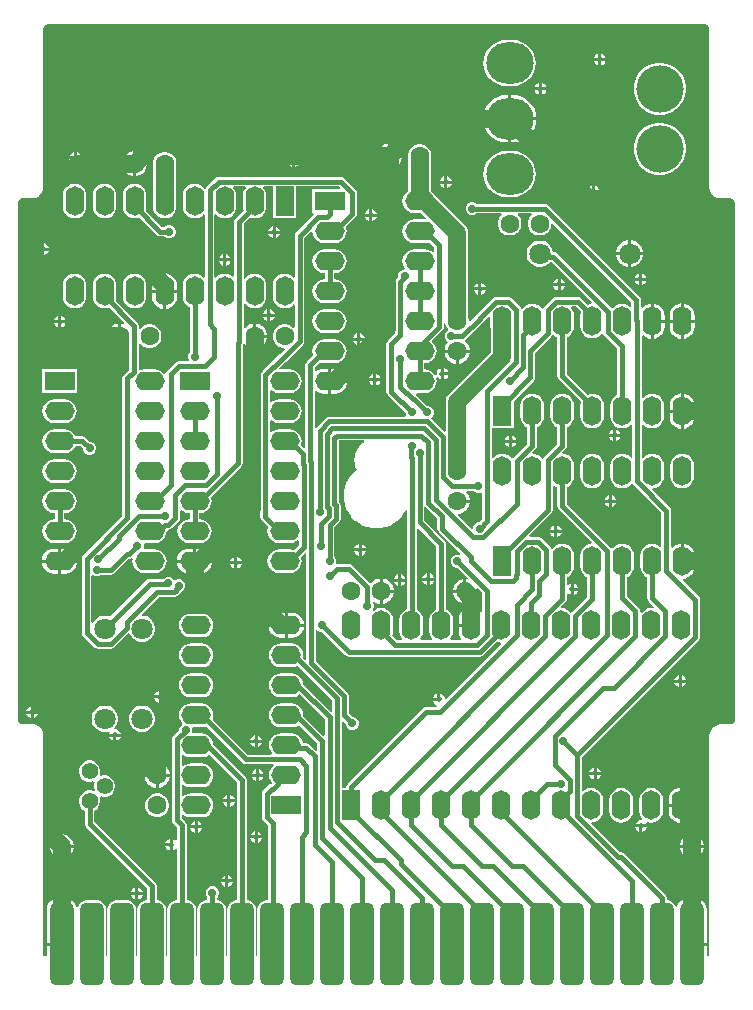
<source format=gbl>
G04*
G04 #@! TF.GenerationSoftware,Altium Limited,Altium Designer,21.1.1 (26)*
G04*
G04 Layer_Physical_Order=2*
G04 Layer_Color=16711680*
%FSLAX25Y25*%
%MOIN*%
G70*
G04*
G04 #@! TF.SameCoordinates,50531035-4224-446A-8070-EFC382401BCB*
G04*
G04*
G04 #@! TF.FilePolarity,Positive*
G04*
G01*
G75*
G04:AMPARAMS|DCode=24|XSize=78.74mil|YSize=275.59mil|CornerRadius=19.68mil|HoleSize=0mil|Usage=FLASHONLY|Rotation=0.000|XOffset=0mil|YOffset=0mil|HoleType=Round|Shape=RoundedRectangle|*
%AMROUNDEDRECTD24*
21,1,0.07874,0.23622,0,0,0.0*
21,1,0.03937,0.27559,0,0,0.0*
1,1,0.03937,0.01968,-0.11811*
1,1,0.03937,-0.01968,-0.11811*
1,1,0.03937,-0.01968,0.11811*
1,1,0.03937,0.01968,0.11811*
%
%ADD24ROUNDEDRECTD24*%
%ADD25C,0.01575*%
%ADD26C,0.05906*%
%ADD27C,0.06299*%
%ADD28O,0.15748X0.13780*%
%ADD29O,0.06299X0.09843*%
%ADD30R,0.06299X0.09843*%
%ADD31C,0.05512*%
%ADD32C,0.07087*%
%ADD33R,0.09843X0.06299*%
%ADD34O,0.09843X0.06299*%
%ADD35C,0.01968*%
%ADD36C,0.02756*%
%ADD37C,0.05906*%
%ADD38C,0.15748*%
G36*
X77047Y271890D02*
X76561Y271257D01*
X76164Y270299D01*
X76029Y269272D01*
Y265728D01*
X76164Y264701D01*
X76322Y264321D01*
X73589Y261588D01*
X73241Y261067D01*
X73119Y260453D01*
X73119Y260453D01*
Y242465D01*
X72619Y242225D01*
X71986Y242711D01*
X71028Y243107D01*
X70000Y243243D01*
X68972Y243107D01*
X68015Y242711D01*
X67192Y242080D01*
X67079Y241932D01*
X66606Y242093D01*
Y262907D01*
X67079Y263068D01*
X67192Y262920D01*
X68015Y262289D01*
X68972Y261893D01*
X70000Y261757D01*
X71028Y261893D01*
X71986Y262289D01*
X72808Y262920D01*
X73439Y263743D01*
X73836Y264701D01*
X73971Y265728D01*
Y269272D01*
X73836Y270299D01*
X73439Y271257D01*
X72953Y271890D01*
X73193Y272390D01*
X76807D01*
X77047Y271890D01*
D02*
G37*
G36*
X229900Y326481D02*
X230067Y326480D01*
X230395Y326415D01*
X230704Y326287D01*
X230982Y326101D01*
X231219Y325865D01*
X231404Y325587D01*
X231533Y325278D01*
X231598Y324950D01*
X231598Y324783D01*
X231598Y272200D01*
X231603Y272175D01*
X231599Y272150D01*
X231612Y271876D01*
X231631Y271803D01*
Y271727D01*
X231738Y271191D01*
X231776Y271098D01*
X231796Y270999D01*
X232005Y270494D01*
X232061Y270410D01*
X232099Y270317D01*
X232403Y269862D01*
X232474Y269791D01*
X232530Y269708D01*
X232917Y269321D01*
X233001Y269265D01*
X233072Y269194D01*
X233527Y268890D01*
X233620Y268851D01*
X233703Y268796D01*
X234209Y268586D01*
X234307Y268567D01*
X234400Y268528D01*
X234937Y268421D01*
X235012D01*
X235086Y268403D01*
X235359Y268390D01*
X235384Y268393D01*
X235409Y268388D01*
X238497D01*
X238655Y268388D01*
X238966Y268327D01*
X239258Y268206D01*
X239520Y268030D01*
X239744Y267807D01*
X239919Y267544D01*
X240040Y267252D01*
X240102Y266942D01*
X240102Y266784D01*
X240102Y94700D01*
X240102Y94542D01*
X240040Y94232D01*
X239919Y93940D01*
X239744Y93678D01*
X239520Y93454D01*
X239257Y93278D01*
X238966Y93158D01*
X238656Y93096D01*
X238498Y93096D01*
X235409Y93096D01*
X235384Y93091D01*
X235359Y93095D01*
X235086Y93081D01*
X235012Y93063D01*
X234937D01*
X234400Y92956D01*
X234307Y92918D01*
X234209Y92898D01*
X233703Y92689D01*
X233620Y92633D01*
X233527Y92594D01*
X233072Y92290D01*
X233001Y92219D01*
X232917Y92163D01*
X232530Y91777D01*
X232474Y91693D01*
X232403Y91622D01*
X232099Y91167D01*
X232061Y91074D01*
X232005Y90991D01*
X231796Y90485D01*
X231776Y90386D01*
X231738Y90294D01*
X231631Y89757D01*
Y89681D01*
X231612Y89608D01*
X231599Y89334D01*
X231603Y89309D01*
X231598Y89284D01*
Y15822D01*
X230663D01*
Y19300D01*
X225700D01*
Y19800D01*
X225200D01*
Y34605D01*
X223731D01*
X222957Y34503D01*
X222234Y34204D01*
X221614Y33728D01*
X221139Y33108D01*
X220839Y32386D01*
X220438Y32340D01*
X220334Y32378D01*
X220076Y33001D01*
X219634Y33577D01*
X219058Y34018D01*
X218388Y34296D01*
X217669Y34391D01*
X217306D01*
Y35312D01*
X217183Y35926D01*
X216835Y36447D01*
X216835Y36447D01*
X203306Y49977D01*
X202785Y50325D01*
X202170Y50447D01*
X202170Y50447D01*
X201641D01*
X192223Y59865D01*
X192407Y60388D01*
X193198Y60493D01*
X194156Y60889D01*
X194978Y61520D01*
X195609Y62343D01*
X196006Y63301D01*
X196141Y64328D01*
Y67872D01*
X196006Y68899D01*
X195609Y69857D01*
X194978Y70680D01*
X194156Y71311D01*
X193198Y71707D01*
X192170Y71843D01*
X191142Y71707D01*
X190185Y71311D01*
X189551Y70825D01*
X189051Y71065D01*
Y82234D01*
X228030Y121213D01*
X228030Y121213D01*
X228378Y121734D01*
X228500Y122348D01*
X228500Y122348D01*
Y134652D01*
X228500Y134652D01*
X228378Y135267D01*
X228030Y135788D01*
X222747Y141071D01*
X222926Y141599D01*
X223583Y141685D01*
X224593Y142104D01*
X225460Y142769D01*
X226125Y143636D01*
X226543Y144645D01*
X226685Y145728D01*
Y147000D01*
X222500D01*
Y147500D01*
X222000D01*
Y153391D01*
X221417Y153314D01*
X220407Y152896D01*
X219541Y152231D01*
X219330Y151957D01*
X218830Y152127D01*
Y164323D01*
X218708Y164937D01*
X218360Y165458D01*
X218360Y165458D01*
X212553Y171265D01*
X212736Y171789D01*
X213528Y171893D01*
X214486Y172289D01*
X215308Y172920D01*
X215939Y173743D01*
X216336Y174701D01*
X216471Y175728D01*
Y179272D01*
X216336Y180299D01*
X215939Y181257D01*
X215308Y182080D01*
X214486Y182711D01*
X213528Y183107D01*
X212500Y183243D01*
X211472Y183107D01*
X210514Y182711D01*
X209692Y182080D01*
X209579Y181932D01*
X209106Y182093D01*
Y192907D01*
X209579Y193068D01*
X209692Y192920D01*
X210514Y192289D01*
X211472Y191893D01*
X212500Y191757D01*
X213528Y191893D01*
X214486Y192289D01*
X215308Y192920D01*
X215939Y193743D01*
X216336Y194701D01*
X216471Y195728D01*
Y199272D01*
X216336Y200299D01*
X215939Y201257D01*
X215308Y202080D01*
X214486Y202711D01*
X213528Y203107D01*
X212500Y203243D01*
X211472Y203107D01*
X210514Y202711D01*
X209692Y202080D01*
X209579Y201932D01*
X209106Y202093D01*
Y222598D01*
X209606Y222719D01*
X210407Y222104D01*
X211417Y221686D01*
X212000Y221609D01*
Y227500D01*
Y233391D01*
X211417Y233314D01*
X210407Y232896D01*
X209541Y232231D01*
X209330Y231957D01*
X208830Y232127D01*
Y234457D01*
X208708Y235071D01*
X208360Y235592D01*
X208360Y235592D01*
X177817Y266135D01*
X177296Y266483D01*
X176681Y266606D01*
X176681Y266606D01*
X153957D01*
X153727Y266836D01*
X152931Y267165D01*
X152069D01*
X151273Y266836D01*
X150664Y266227D01*
X150335Y265431D01*
Y264569D01*
X150664Y263773D01*
X151273Y263164D01*
X152069Y262835D01*
X152931D01*
X153727Y263164D01*
X153957Y263394D01*
X162119D01*
X162327Y262894D01*
X161850Y262417D01*
X161331Y261520D01*
X161063Y260518D01*
Y259482D01*
X161331Y258480D01*
X161850Y257583D01*
X162583Y256850D01*
X163480Y256331D01*
X164482Y256063D01*
X165518D01*
X166520Y256331D01*
X167417Y256850D01*
X168150Y257583D01*
X168669Y258480D01*
X168937Y259482D01*
Y260518D01*
X168669Y261520D01*
X168150Y262417D01*
X167673Y262894D01*
X167880Y263394D01*
X172119D01*
X172327Y262894D01*
X171850Y262417D01*
X171331Y261520D01*
X171063Y260518D01*
Y259482D01*
X171331Y258480D01*
X171850Y257583D01*
X172583Y256850D01*
X173480Y256331D01*
X174482Y256063D01*
X175518D01*
X176520Y256331D01*
X177417Y256850D01*
X178150Y257583D01*
X178669Y258480D01*
X178937Y259482D01*
Y259820D01*
X179399Y260012D01*
X205619Y233792D01*
Y232465D01*
X205119Y232225D01*
X204486Y232711D01*
X203528Y233107D01*
X202500Y233243D01*
X201472Y233107D01*
X200515Y232711D01*
X199692Y232080D01*
X199441Y231752D01*
X199019Y231766D01*
X198881Y231843D01*
X180643Y250081D01*
X180122Y250429D01*
X179508Y250551D01*
X179331Y250570D01*
X179036Y251672D01*
X178465Y252659D01*
X177659Y253465D01*
X176672Y254036D01*
X175570Y254331D01*
X174430D01*
X173328Y254036D01*
X172341Y253465D01*
X171535Y252659D01*
X170964Y251672D01*
X170669Y250570D01*
Y249430D01*
X170964Y248328D01*
X171535Y247341D01*
X172341Y246535D01*
X173328Y245964D01*
X174430Y245669D01*
X175570D01*
X176672Y245964D01*
X177659Y246535D01*
X178464Y247340D01*
X178842D01*
X192447Y233735D01*
X192264Y233211D01*
X191472Y233107D01*
X191013Y232917D01*
X188799Y235131D01*
X188278Y235479D01*
X187663Y235602D01*
X187663Y235602D01*
X180543D01*
X180543Y235602D01*
X179929Y235479D01*
X179408Y235131D01*
X179408Y235131D01*
X176640Y232364D01*
X176292Y231843D01*
X176257Y231664D01*
X175722Y231540D01*
X175308Y232080D01*
X174486Y232711D01*
X173528Y233107D01*
X172500Y233243D01*
X171472Y233107D01*
X170515Y232711D01*
X169692Y232080D01*
X169278Y231540D01*
X168743Y231664D01*
X168708Y231843D01*
X168360Y232364D01*
X168360Y232364D01*
X165592Y235131D01*
X165071Y235479D01*
X164457Y235602D01*
X164457Y235602D01*
X160543D01*
X159929Y235479D01*
X159408Y235131D01*
X159408Y235131D01*
X153863Y229586D01*
X153592Y229182D01*
X151899Y227488D01*
X151437Y227680D01*
Y228018D01*
X151272Y228632D01*
Y256772D01*
X151144Y257748D01*
X150767Y258658D01*
X150168Y259439D01*
X140274Y269333D01*
X140211Y269485D01*
X139580Y270308D01*
X138772Y270927D01*
Y281367D01*
X138937Y281982D01*
Y283018D01*
X138669Y284020D01*
X138150Y284917D01*
X137417Y285650D01*
X136520Y286169D01*
X135518Y286437D01*
X134482D01*
X133480Y286169D01*
X132583Y285650D01*
X131850Y284917D01*
X131331Y284020D01*
X131063Y283018D01*
Y281982D01*
X131228Y281367D01*
Y270927D01*
X130420Y270308D01*
X129789Y269485D01*
X129393Y268528D01*
X129257Y267500D01*
X129393Y266472D01*
X129789Y265514D01*
X130420Y264692D01*
X131243Y264061D01*
X132201Y263664D01*
X133228Y263529D01*
X135408D01*
X137021Y261916D01*
X136848Y261565D01*
X136759Y261471D01*
X133228D01*
X132201Y261336D01*
X131243Y260939D01*
X130420Y260308D01*
X129789Y259486D01*
X129393Y258528D01*
X129257Y257500D01*
X129393Y256472D01*
X129789Y255515D01*
X130420Y254692D01*
X131243Y254061D01*
X132201Y253664D01*
X133228Y253529D01*
X136772D01*
X137799Y253664D01*
X138179Y253822D01*
X139890Y252111D01*
Y250693D01*
X139390Y250453D01*
X138757Y250939D01*
X137799Y251336D01*
X136772Y251471D01*
X133228D01*
X132201Y251336D01*
X131243Y250939D01*
X130420Y250308D01*
X129789Y249485D01*
X129393Y248528D01*
X129257Y247500D01*
X129393Y246472D01*
X129789Y245514D01*
X130057Y245165D01*
X129811Y244665D01*
X129569D01*
X128773Y244336D01*
X128164Y243727D01*
X127835Y242931D01*
Y242286D01*
X127369Y241820D01*
X127021Y241299D01*
X126898Y240684D01*
X126898Y240684D01*
Y223494D01*
X124416Y221012D01*
X124068Y220491D01*
X123945Y219877D01*
X123945Y219877D01*
Y203996D01*
X123945Y203996D01*
X124068Y203382D01*
X124416Y202861D01*
X130335Y196942D01*
Y196616D01*
X130510Y196193D01*
X130176Y195693D01*
X104906D01*
X104906Y195693D01*
X104292Y195571D01*
X103771Y195223D01*
X103771Y195223D01*
X100676Y192128D01*
X100610Y192029D01*
X100110Y192181D01*
Y204032D01*
X100610Y204279D01*
X101136Y203875D01*
X102145Y203457D01*
X103228Y203315D01*
X104500D01*
Y207500D01*
Y211685D01*
X103228D01*
X102145Y211543D01*
X101136Y211125D01*
X100610Y210721D01*
X100110Y210968D01*
Y212110D01*
X101821Y213822D01*
X102201Y213664D01*
X103228Y213529D01*
X106772D01*
X107799Y213664D01*
X108757Y214061D01*
X109580Y214692D01*
X110211Y215514D01*
X110607Y216472D01*
X110743Y217500D01*
X110607Y218528D01*
X110211Y219485D01*
X109580Y220308D01*
X108757Y220939D01*
X107799Y221336D01*
X106772Y221471D01*
X103228D01*
X102201Y221336D01*
X101243Y220939D01*
X100420Y220308D01*
X99789Y219485D01*
X99393Y218528D01*
X99257Y217500D01*
X99393Y216472D01*
X99550Y216092D01*
X97369Y213911D01*
X97021Y213390D01*
X96898Y212776D01*
X96898Y212775D01*
Y185297D01*
X96436Y185106D01*
X95450Y186092D01*
X95607Y186472D01*
X95743Y187500D01*
X95607Y188528D01*
X95211Y189486D01*
X94580Y190308D01*
X93757Y190939D01*
X92799Y191336D01*
X91772Y191471D01*
X88228D01*
X87201Y191336D01*
X86243Y190939D01*
X85610Y190453D01*
X85110Y190693D01*
Y194307D01*
X85610Y194547D01*
X86243Y194061D01*
X87201Y193664D01*
X88228Y193529D01*
X91772D01*
X92799Y193664D01*
X93757Y194061D01*
X94580Y194692D01*
X95211Y195515D01*
X95607Y196472D01*
X95743Y197500D01*
X95607Y198528D01*
X95211Y199486D01*
X94580Y200308D01*
X93757Y200939D01*
X92799Y201336D01*
X91772Y201471D01*
X88228D01*
X87201Y201336D01*
X86243Y200939D01*
X85610Y200453D01*
X85110Y200693D01*
Y204307D01*
X85610Y204547D01*
X86243Y204061D01*
X87201Y203664D01*
X88228Y203529D01*
X91772D01*
X92799Y203664D01*
X93757Y204061D01*
X94580Y204692D01*
X95211Y205515D01*
X95607Y206472D01*
X95743Y207500D01*
X95607Y208528D01*
X95211Y209486D01*
X94580Y210308D01*
X93757Y210939D01*
X92799Y211336D01*
X91772Y211471D01*
X88496D01*
X88289Y211971D01*
X89912Y213594D01*
X90317Y213865D01*
X96135Y219683D01*
X96135Y219683D01*
X96483Y220204D01*
X96606Y220819D01*
X96606Y220819D01*
Y255288D01*
X98765Y257447D01*
X99288Y257264D01*
X99393Y256472D01*
X99789Y255515D01*
X100420Y254692D01*
X101243Y254061D01*
X102201Y253664D01*
X103228Y253529D01*
X106772D01*
X107799Y253664D01*
X108757Y254061D01*
X109580Y254692D01*
X110211Y255515D01*
X110607Y256472D01*
X110743Y257500D01*
X110607Y258528D01*
X110450Y258908D01*
X113635Y262093D01*
X113983Y262614D01*
X114106Y263228D01*
X114106Y263228D01*
Y270298D01*
X114106Y270298D01*
X113983Y270912D01*
X113635Y271433D01*
X109937Y275131D01*
X109416Y275480D01*
X108802Y275602D01*
X108802Y275602D01*
X68043D01*
X68043Y275602D01*
X67429Y275480D01*
X66908Y275131D01*
X66908Y275131D01*
X64140Y272364D01*
X63792Y271843D01*
X63757Y271665D01*
X63222Y271540D01*
X62808Y272080D01*
X61985Y272711D01*
X61028Y273107D01*
X60000Y273243D01*
X58972Y273107D01*
X58015Y272711D01*
X57192Y272080D01*
X56561Y271257D01*
X56164Y270299D01*
X56029Y269272D01*
Y265728D01*
X56164Y264701D01*
X56561Y263743D01*
X57192Y262920D01*
X58015Y262289D01*
X58972Y261893D01*
X60000Y261757D01*
X61028Y261893D01*
X61985Y262289D01*
X62808Y262920D01*
X62921Y263068D01*
X63394Y262907D01*
Y242093D01*
X62921Y241932D01*
X62808Y242080D01*
X61985Y242711D01*
X61028Y243107D01*
X60000Y243243D01*
X58972Y243107D01*
X58015Y242711D01*
X57192Y242080D01*
X56561Y241257D01*
X56164Y240299D01*
X56029Y239272D01*
Y235728D01*
X56164Y234701D01*
X56561Y233743D01*
X57192Y232920D01*
X58015Y232289D01*
X58394Y232132D01*
Y217067D01*
X58164Y216837D01*
X57835Y216041D01*
Y215179D01*
X58072Y214606D01*
X57789Y214106D01*
X54702D01*
X54702Y214106D01*
X54088Y213983D01*
X53567Y213635D01*
X53567Y213635D01*
X50838Y210907D01*
X50490Y210386D01*
X50420Y210034D01*
X49885Y209909D01*
X49580Y210308D01*
X48757Y210939D01*
X47799Y211336D01*
X46772Y211471D01*
X43228D01*
X42201Y211336D01*
X41746Y211147D01*
X41330Y211425D01*
Y219983D01*
X41830Y220116D01*
X41850Y220083D01*
X42583Y219350D01*
X43480Y218831D01*
X44482Y218563D01*
X45518D01*
X46520Y218831D01*
X47417Y219350D01*
X48150Y220083D01*
X48669Y220980D01*
X48937Y221982D01*
Y223018D01*
X48669Y224020D01*
X48150Y224917D01*
X47417Y225650D01*
X46520Y226169D01*
X45518Y226437D01*
X44482D01*
X43480Y226169D01*
X42583Y225650D01*
X41850Y224917D01*
X41830Y224884D01*
X41330Y225017D01*
Y226004D01*
X41208Y226618D01*
X40860Y227139D01*
X40860Y227139D01*
X33678Y234321D01*
X33836Y234701D01*
X33971Y235728D01*
Y239272D01*
X33836Y240299D01*
X33439Y241257D01*
X32808Y242080D01*
X31986Y242711D01*
X31028Y243107D01*
X30000Y243243D01*
X28972Y243107D01*
X28014Y242711D01*
X27192Y242080D01*
X26561Y241257D01*
X26164Y240299D01*
X26029Y239272D01*
Y235728D01*
X26164Y234701D01*
X26561Y233743D01*
X27192Y232920D01*
X28014Y232289D01*
X28972Y231893D01*
X30000Y231757D01*
X31028Y231893D01*
X31408Y232050D01*
X36563Y226895D01*
X36304Y226447D01*
X35546Y226650D01*
X35500D01*
Y222500D01*
Y218350D01*
X35546D01*
X36602Y218633D01*
X37548Y219180D01*
X37657Y219288D01*
X38119Y219097D01*
Y211343D01*
X36365Y209588D01*
X36017Y209067D01*
X35894Y208453D01*
X35894Y208453D01*
Y162490D01*
X22858Y149454D01*
X22510Y148933D01*
X22388Y148319D01*
X22388Y148319D01*
Y123506D01*
X22388Y123506D01*
X22510Y122892D01*
X22858Y122371D01*
X26234Y118996D01*
X26234Y118996D01*
X26755Y118648D01*
X26951Y118608D01*
X27266Y118398D01*
X27880Y118276D01*
X32120D01*
X32120Y118276D01*
X32734Y118398D01*
X33255Y118746D01*
X37978Y123469D01*
X38286Y123387D01*
X38494Y123278D01*
X39035Y122341D01*
X39841Y121535D01*
X40828Y120964D01*
X41930Y120669D01*
X43070D01*
X44172Y120964D01*
X45159Y121535D01*
X45965Y122341D01*
X46536Y123328D01*
X46831Y124430D01*
Y125570D01*
X46536Y126672D01*
X45965Y127659D01*
X45159Y128465D01*
X44172Y129036D01*
X43070Y129331D01*
X42570D01*
X42363Y129831D01*
X47974Y135442D01*
X52974D01*
X52974Y135442D01*
X53589Y135564D01*
X54110Y135912D01*
X54169Y135971D01*
X54397Y136017D01*
X54918Y136365D01*
X55266Y136885D01*
X55325Y137186D01*
X55931Y137437D01*
X56540Y138046D01*
X56870Y138842D01*
Y139703D01*
X56540Y140499D01*
X55931Y141108D01*
X55135Y141438D01*
X54274D01*
X53702Y141200D01*
X53100Y141347D01*
X52491Y141956D01*
X51695Y142285D01*
X50834D01*
X50038Y141956D01*
X49688Y141606D01*
X45000D01*
X44385Y141483D01*
X43865Y141135D01*
X43865Y141135D01*
X31731Y129001D01*
X31672Y129036D01*
X30570Y129331D01*
X29430D01*
X28328Y129036D01*
X27341Y128465D01*
X26535Y127659D01*
X26099Y126905D01*
X25599Y127039D01*
Y142660D01*
X26099Y142867D01*
X26214Y142752D01*
X27010Y142423D01*
X27871D01*
X28667Y142752D01*
X28897Y142982D01*
X32088D01*
X32088Y142982D01*
X32702Y143105D01*
X33223Y143453D01*
X37977Y148207D01*
X38116D01*
X38116Y148207D01*
X38731Y148329D01*
X38875Y148425D01*
X39341Y148135D01*
X39257Y147500D01*
X39393Y146472D01*
X39789Y145515D01*
X40420Y144692D01*
X41243Y144061D01*
X42201Y143664D01*
X43228Y143529D01*
X46772D01*
X47799Y143664D01*
X48757Y144061D01*
X49580Y144692D01*
X50211Y145515D01*
X50607Y146472D01*
X50743Y147500D01*
X50607Y148528D01*
X50211Y149486D01*
X49580Y150308D01*
X48757Y150939D01*
X47799Y151336D01*
X46772Y151471D01*
X43328D01*
X42946Y151854D01*
X43081Y152181D01*
Y153043D01*
X43058Y153100D01*
X43421Y153529D01*
X46772D01*
X47799Y153664D01*
X48757Y154061D01*
X49580Y154692D01*
X50211Y155515D01*
X50607Y156472D01*
X50743Y157500D01*
X51187Y157942D01*
X51223D01*
X51223Y157942D01*
X51837Y158064D01*
X52358Y158412D01*
X54639Y160693D01*
X54639Y160693D01*
X54987Y161214D01*
X55110Y161828D01*
X55110Y161828D01*
Y164307D01*
X55610Y164547D01*
X56243Y164061D01*
X57201Y163664D01*
X58228Y163529D01*
X58394D01*
Y161471D01*
X58228D01*
X57201Y161336D01*
X56243Y160939D01*
X55420Y160308D01*
X54789Y159485D01*
X54393Y158528D01*
X54257Y157500D01*
X54393Y156472D01*
X54789Y155515D01*
X55420Y154692D01*
X56243Y154061D01*
X57201Y153664D01*
X58228Y153529D01*
X61772D01*
X62799Y153664D01*
X63757Y154061D01*
X64580Y154692D01*
X65211Y155515D01*
X65607Y156472D01*
X65743Y157500D01*
X65607Y158528D01*
X65211Y159485D01*
X64580Y160308D01*
X63757Y160939D01*
X62799Y161336D01*
X61772Y161471D01*
X61606D01*
Y163529D01*
X61772D01*
X62799Y163664D01*
X63757Y164061D01*
X64580Y164692D01*
X65211Y165515D01*
X65607Y166472D01*
X65743Y167500D01*
X65607Y168528D01*
X65450Y168908D01*
X65776Y169234D01*
X65842Y169278D01*
X75584Y179020D01*
X75932Y179541D01*
X76055Y180155D01*
X76055Y180155D01*
Y219609D01*
X76186Y219806D01*
X76448Y219884D01*
X76730Y219901D01*
X77452Y219180D01*
X78398Y218633D01*
X79454Y218350D01*
X79500D01*
Y222500D01*
Y226650D01*
X79454D01*
X78398Y226367D01*
X77452Y225820D01*
X76830Y225199D01*
X76330Y225406D01*
Y233223D01*
X76830Y233392D01*
X77192Y232920D01*
X78014Y232289D01*
X78972Y231893D01*
X80000Y231757D01*
X81028Y231893D01*
X81985Y232289D01*
X82808Y232920D01*
X83439Y233743D01*
X83836Y234701D01*
X83971Y235728D01*
Y239272D01*
X83836Y240299D01*
X83439Y241257D01*
X82808Y242080D01*
X81985Y242711D01*
X81028Y243107D01*
X80000Y243243D01*
X78972Y243107D01*
X78014Y242711D01*
X77192Y242080D01*
X76830Y241608D01*
X76330Y241777D01*
Y259788D01*
X78592Y262050D01*
X78972Y261893D01*
X80000Y261757D01*
X81028Y261893D01*
X81985Y262289D01*
X82808Y262920D01*
X83439Y263743D01*
X83836Y264701D01*
X83971Y265728D01*
Y269272D01*
X83836Y270299D01*
X83439Y271257D01*
X82953Y271890D01*
X83193Y272390D01*
X86063D01*
Y261791D01*
X93937D01*
Y272390D01*
X108137D01*
X108628Y271899D01*
X108437Y271437D01*
X99291D01*
Y263563D01*
X99632D01*
X99839Y263063D01*
X93865Y257088D01*
X93517Y256567D01*
X93394Y255953D01*
X93394Y255953D01*
Y242093D01*
X92921Y241932D01*
X92808Y242080D01*
X91985Y242711D01*
X91028Y243107D01*
X90000Y243243D01*
X88972Y243107D01*
X88015Y242711D01*
X87192Y242080D01*
X86561Y241257D01*
X86164Y240299D01*
X86029Y239272D01*
Y235728D01*
X86164Y234701D01*
X86561Y233743D01*
X87192Y232920D01*
X88015Y232289D01*
X88972Y231893D01*
X90000Y231757D01*
X91028Y231893D01*
X91985Y232289D01*
X92808Y232920D01*
X92921Y233068D01*
X93394Y232907D01*
Y225380D01*
X92894Y225173D01*
X92417Y225650D01*
X91520Y226169D01*
X90518Y226437D01*
X89482D01*
X88480Y226169D01*
X87583Y225650D01*
X86850Y224917D01*
X86331Y224020D01*
X86063Y223018D01*
Y221982D01*
X86331Y220980D01*
X86850Y220083D01*
X87583Y219350D01*
X88480Y218831D01*
X89482Y218563D01*
X89820D01*
X90012Y218101D01*
X88316Y216406D01*
X87912Y216135D01*
X87912Y216135D01*
X82369Y210592D01*
X82020Y210071D01*
X81898Y209457D01*
X81898Y209457D01*
Y162224D01*
X81898Y162224D01*
X82020Y161610D01*
X82369Y161089D01*
X84550Y158908D01*
X84393Y158528D01*
X84257Y157500D01*
X84393Y156472D01*
X84789Y155515D01*
X85420Y154692D01*
X86243Y154061D01*
X87201Y153664D01*
X88228Y153529D01*
X91772D01*
X92799Y153664D01*
X93757Y154061D01*
X94390Y154547D01*
X94890Y154307D01*
Y152890D01*
X93179Y151178D01*
X92799Y151336D01*
X91772Y151471D01*
X88228D01*
X87201Y151336D01*
X86243Y150939D01*
X85420Y150308D01*
X84789Y149486D01*
X84393Y148528D01*
X84257Y147500D01*
X84393Y146472D01*
X84789Y145515D01*
X85420Y144692D01*
X86243Y144061D01*
X87201Y143664D01*
X88228Y143529D01*
X91772D01*
X92799Y143664D01*
X93757Y144061D01*
X94580Y144692D01*
X95211Y145515D01*
X95607Y146472D01*
X95743Y147500D01*
X95607Y148528D01*
X95450Y148908D01*
X96791Y150248D01*
X97253Y150057D01*
Y114831D01*
X96791Y114639D01*
X96182Y115248D01*
X96294Y116100D01*
X96158Y117128D01*
X95762Y118086D01*
X95131Y118908D01*
X94308Y119539D01*
X93351Y119936D01*
X92323Y120071D01*
X88779D01*
X87752Y119936D01*
X86794Y119539D01*
X85972Y118908D01*
X85341Y118086D01*
X84944Y117128D01*
X84809Y116100D01*
X84944Y115072D01*
X85341Y114114D01*
X85972Y113292D01*
X86794Y112661D01*
X87752Y112264D01*
X88779Y112129D01*
X92323D01*
X93351Y112264D01*
X94251Y112637D01*
X105840Y101049D01*
Y97456D01*
X105378Y97264D01*
X96256Y106386D01*
X96158Y107128D01*
X95762Y108086D01*
X95131Y108908D01*
X94308Y109539D01*
X93351Y109936D01*
X92323Y110071D01*
X88779D01*
X87752Y109936D01*
X86794Y109539D01*
X85972Y108908D01*
X85341Y108086D01*
X84944Y107128D01*
X84809Y106100D01*
X84944Y105072D01*
X85341Y104114D01*
X85972Y103292D01*
X86794Y102661D01*
X87752Y102264D01*
X88779Y102129D01*
X92323D01*
X93351Y102264D01*
X94308Y102661D01*
X94949Y103152D01*
X103394Y94707D01*
Y89530D01*
X102932Y89338D01*
X96280Y95991D01*
X96294Y96100D01*
X96158Y97128D01*
X95762Y98085D01*
X95131Y98908D01*
X94308Y99539D01*
X93351Y99936D01*
X92323Y100071D01*
X88779D01*
X87752Y99936D01*
X86794Y99539D01*
X85972Y98908D01*
X85341Y98085D01*
X84944Y97128D01*
X84809Y96100D01*
X84944Y95072D01*
X85341Y94115D01*
X85972Y93292D01*
X86794Y92661D01*
X87752Y92264D01*
X88779Y92129D01*
X92323D01*
X93351Y92264D01*
X94308Y92661D01*
X94738Y92991D01*
X100894Y86835D01*
Y84530D01*
X100432Y84338D01*
X98439Y86331D01*
X97918Y86680D01*
X97304Y86802D01*
X97304Y86802D01*
X96201D01*
X96158Y87128D01*
X95762Y88086D01*
X95131Y88908D01*
X94308Y89539D01*
X93351Y89936D01*
X92323Y90071D01*
X88779D01*
X87752Y89936D01*
X86794Y89539D01*
X85972Y88908D01*
X85341Y88086D01*
X84944Y87128D01*
X84809Y86100D01*
X84944Y85072D01*
X85341Y84114D01*
X85826Y83481D01*
X85586Y82981D01*
X77712D01*
X66001Y94692D01*
X66158Y95072D01*
X66294Y96100D01*
X66158Y97128D01*
X65762Y98085D01*
X65131Y98908D01*
X64308Y99539D01*
X63351Y99936D01*
X62323Y100071D01*
X58780D01*
X57752Y99936D01*
X56794Y99539D01*
X55972Y98908D01*
X55341Y98085D01*
X54944Y97128D01*
X54809Y96100D01*
X54944Y95072D01*
X55341Y94115D01*
X55811Y93502D01*
X55754Y92970D01*
X55692Y92877D01*
X55141Y92327D01*
X54812Y91531D01*
Y91084D01*
X52920Y89192D01*
X52572Y88671D01*
X52450Y88057D01*
X52450Y88057D01*
Y61202D01*
X52450Y61202D01*
X52572Y60588D01*
X52920Y60067D01*
X54094Y58892D01*
Y54619D01*
X53594Y54412D01*
X53324Y54682D01*
X52700Y54941D01*
Y53000D01*
Y51059D01*
X53324Y51318D01*
X53594Y51588D01*
X54094Y51381D01*
Y34391D01*
X53732D01*
X53012Y34296D01*
X52342Y34018D01*
X51766Y33577D01*
X51324Y33001D01*
X51047Y32331D01*
X50952Y31611D01*
Y15822D01*
X50448D01*
Y31611D01*
X50353Y32331D01*
X50076Y33001D01*
X49634Y33577D01*
X49058Y34018D01*
X48388Y34296D01*
X47668Y34391D01*
X47306D01*
Y39300D01*
X47306Y39300D01*
X47183Y39915D01*
X46835Y40435D01*
X26606Y60665D01*
Y64336D01*
X27176Y64665D01*
X27835Y65324D01*
X28302Y66132D01*
X28543Y67033D01*
Y67967D01*
X28320Y68801D01*
X28485Y69015D01*
X28699Y69180D01*
X29533Y68957D01*
X30466D01*
X31368Y69198D01*
X32176Y69665D01*
X32835Y70324D01*
X33302Y71132D01*
X33543Y72034D01*
Y72966D01*
X33302Y73868D01*
X32835Y74676D01*
X32176Y75335D01*
X31368Y75802D01*
X30466Y76043D01*
X29533D01*
X28699Y75820D01*
X28485Y75985D01*
X28320Y76199D01*
X28543Y77034D01*
Y77966D01*
X28302Y78868D01*
X27835Y79676D01*
X27176Y80335D01*
X26368Y80802D01*
X25466Y81043D01*
X24533D01*
X23632Y80802D01*
X22824Y80335D01*
X22165Y79676D01*
X21698Y78868D01*
X21457Y77966D01*
Y77034D01*
X21698Y76132D01*
X22165Y75324D01*
X22824Y74665D01*
X23632Y74198D01*
X24533Y73957D01*
X25466D01*
X26301Y74180D01*
X26515Y74015D01*
X26680Y73801D01*
X26457Y72966D01*
Y72034D01*
X26680Y71199D01*
X26515Y70985D01*
X26301Y70820D01*
X25466Y71043D01*
X24533D01*
X23632Y70802D01*
X22824Y70335D01*
X22165Y69676D01*
X21698Y68868D01*
X21457Y67967D01*
Y67033D01*
X21698Y66132D01*
X22165Y65324D01*
X22824Y64665D01*
X23394Y64336D01*
Y60000D01*
X23394Y60000D01*
X23517Y59386D01*
X23865Y58865D01*
X44094Y38635D01*
Y34391D01*
X43731D01*
X43012Y34296D01*
X42342Y34018D01*
X41766Y33577D01*
X41324Y33001D01*
X41047Y32331D01*
X40952Y31611D01*
Y15822D01*
X40448D01*
Y31611D01*
X40354Y32331D01*
X40076Y33001D01*
X39634Y33577D01*
X39058Y34018D01*
X38388Y34296D01*
X37668Y34391D01*
X33731D01*
X33012Y34296D01*
X32342Y34018D01*
X31766Y33577D01*
X31324Y33001D01*
X31047Y32331D01*
X30952Y31611D01*
Y15822D01*
X30448D01*
Y31611D01*
X30354Y32331D01*
X30076Y33001D01*
X29634Y33577D01*
X29058Y34018D01*
X28388Y34296D01*
X27668Y34391D01*
X23731D01*
X23012Y34296D01*
X22342Y34018D01*
X21766Y33577D01*
X21324Y33001D01*
X21066Y32378D01*
X20962Y32340D01*
X20561Y32386D01*
X20261Y33108D01*
X19786Y33728D01*
X19166Y34204D01*
X18443Y34503D01*
X17669Y34605D01*
X16200D01*
Y19800D01*
X15700D01*
Y19300D01*
X10737D01*
Y15822D01*
X9619D01*
Y89384D01*
X9615Y89409D01*
X9618Y89434D01*
X9605Y89708D01*
X9586Y89781D01*
Y89857D01*
X9480Y90394D01*
X9441Y90486D01*
X9422Y90585D01*
X9212Y91091D01*
X9156Y91174D01*
X9118Y91267D01*
X8814Y91722D01*
X8743Y91793D01*
X8687Y91877D01*
X8300Y92264D01*
X8217Y92319D01*
X8146Y92390D01*
X7690Y92694D01*
X7598Y92733D01*
X7514Y92789D01*
X7008Y92998D01*
X6910Y93018D01*
X6817Y93056D01*
X6280Y93163D01*
X6205D01*
X6132Y93181D01*
X5858Y93195D01*
X5833Y93191D01*
X5808Y93196D01*
X2720Y93196D01*
X2562Y93196D01*
X2252Y93258D01*
X1960Y93379D01*
X1697Y93554D01*
X1474Y93777D01*
X1298Y94040D01*
X1177Y94332D01*
X1116Y94642D01*
X1116Y94800D01*
X1116Y266884D01*
X1116Y267042D01*
X1177Y267352D01*
X1298Y267644D01*
X1474Y267907D01*
X1697Y268130D01*
X1960Y268306D01*
X2252Y268427D01*
X2562Y268488D01*
X2720Y268488D01*
X5808Y268488D01*
X5833Y268493D01*
X5858Y268490D01*
X6132Y268503D01*
X6205Y268521D01*
X6280D01*
X6817Y268628D01*
X6910Y268667D01*
X7008Y268686D01*
X7514Y268896D01*
X7598Y268951D01*
X7690Y268990D01*
X8146Y269294D01*
X8217Y269365D01*
X8300Y269421D01*
X8687Y269808D01*
X8743Y269891D01*
X8814Y269962D01*
X9118Y270417D01*
X9156Y270510D01*
X9212Y270594D01*
X9422Y271099D01*
X9441Y271198D01*
X9480Y271291D01*
X9586Y271827D01*
Y271903D01*
X9605Y271976D01*
X9618Y272250D01*
X9615Y272275D01*
X9619Y272300D01*
Y324900D01*
Y325056D01*
X9680Y325361D01*
X9799Y325649D01*
X9972Y325907D01*
X10193Y326128D01*
X10451Y326301D01*
X10739Y326420D01*
X11044Y326481D01*
X11200D01*
X229900Y326481D01*
D02*
G37*
G36*
X158529Y229004D02*
Y225728D01*
X158664Y224701D01*
X158728Y224548D01*
Y217237D01*
X144833Y203342D01*
X144233Y202561D01*
X143856Y201651D01*
X143728Y200675D01*
Y190878D01*
X143266Y190686D01*
X138737Y195215D01*
X139336Y195814D01*
X139665Y196609D01*
Y197471D01*
X139336Y198267D01*
X138727Y198876D01*
X137931Y199206D01*
X137605D01*
X134271Y202540D01*
X133750Y202888D01*
X133679Y203029D01*
X133987Y203529D01*
X136772D01*
X137799Y203664D01*
X138757Y204061D01*
X139580Y204692D01*
X140211Y205515D01*
X140607Y206472D01*
X140743Y207500D01*
X140607Y208528D01*
X141043Y208782D01*
X141507Y208318D01*
X142131Y208059D01*
Y210000D01*
Y211941D01*
X141507Y211682D01*
X140949Y211124D01*
X140647Y210395D01*
Y209702D01*
X140400Y209579D01*
X140181Y209525D01*
X139580Y210308D01*
X138757Y210939D01*
X137799Y211336D01*
X136772Y211471D01*
X136606D01*
Y213529D01*
X136772D01*
X137799Y213664D01*
X138757Y214061D01*
X139580Y214692D01*
X140211Y215514D01*
X140607Y216472D01*
X140743Y217500D01*
X140607Y218528D01*
X140211Y219485D01*
X139580Y220308D01*
X139287Y220532D01*
X139255Y221031D01*
X142631Y224408D01*
X142631Y224408D01*
X142980Y224929D01*
X143102Y225543D01*
X143102Y225543D01*
Y226771D01*
X143602Y226837D01*
X143831Y225980D01*
X144350Y225083D01*
X144527Y224905D01*
X144430Y224414D01*
X144350Y224381D01*
X143740Y223772D01*
X143411Y222976D01*
Y222115D01*
X143740Y221319D01*
X144242Y220817D01*
X144344Y220212D01*
X144179Y220048D01*
X143633Y219102D01*
X143350Y218046D01*
Y218000D01*
X147500D01*
X151650D01*
Y218046D01*
X151367Y219102D01*
X150821Y220048D01*
X150181Y220688D01*
X150163Y221172D01*
X150207Y221306D01*
X150362Y221410D01*
X156133Y227181D01*
X156133Y227181D01*
X156404Y227586D01*
X158029Y229211D01*
X158529Y229004D01*
D02*
G37*
G36*
X188789Y230600D02*
X188664Y230299D01*
X188529Y229272D01*
Y225728D01*
X188664Y224701D01*
X189061Y223743D01*
X189692Y222920D01*
X190515Y222289D01*
X191472Y221893D01*
X192500Y221757D01*
X193528Y221893D01*
X194485Y222289D01*
X195308Y222920D01*
X195722Y223460D01*
X196257Y223336D01*
X196292Y223157D01*
X196640Y222636D01*
X200894Y218382D01*
Y202868D01*
X200515Y202711D01*
X199692Y202080D01*
X199061Y201257D01*
X198664Y200299D01*
X198529Y199272D01*
Y195728D01*
X198664Y194701D01*
X199061Y193743D01*
X199692Y192920D01*
X200515Y192289D01*
X201472Y191893D01*
X202500Y191757D01*
X203528Y191893D01*
X204486Y192289D01*
X205308Y192920D01*
X205421Y193068D01*
X205894Y192907D01*
Y182093D01*
X205421Y181932D01*
X205308Y182080D01*
X204486Y182711D01*
X203528Y183107D01*
X202500Y183243D01*
X201472Y183107D01*
X200515Y182711D01*
X199692Y182080D01*
X199061Y181257D01*
X198664Y180299D01*
X198529Y179272D01*
Y175728D01*
X198664Y174701D01*
X199061Y173743D01*
X199692Y172920D01*
X200515Y172289D01*
X201472Y171893D01*
X202500Y171757D01*
X203528Y171893D01*
X204486Y172289D01*
X205308Y172920D01*
X205573Y173266D01*
X205587Y173271D01*
X206163Y173214D01*
X206365Y172912D01*
X215619Y163657D01*
Y152465D01*
X215119Y152225D01*
X214486Y152711D01*
X213528Y153107D01*
X212500Y153243D01*
X211472Y153107D01*
X210514Y152711D01*
X209692Y152080D01*
X209061Y151257D01*
X208664Y150299D01*
X208529Y149272D01*
Y145728D01*
X208664Y144701D01*
X209061Y143743D01*
X209692Y142920D01*
X210514Y142289D01*
X210894Y142132D01*
Y135156D01*
X210894Y135156D01*
X211017Y134541D01*
X211365Y134021D01*
X213170Y132215D01*
X212936Y131742D01*
X212170Y131843D01*
X211142Y131707D01*
X210185Y131311D01*
X209362Y130680D01*
X209000Y130208D01*
X208500Y130377D01*
Y130761D01*
X208500Y130761D01*
X208378Y131376D01*
X208030Y131897D01*
X204106Y135821D01*
Y142132D01*
X204486Y142289D01*
X205308Y142920D01*
X205939Y143743D01*
X206336Y144701D01*
X206471Y145728D01*
Y149272D01*
X206336Y150299D01*
X205939Y151257D01*
X205308Y152080D01*
X204486Y152711D01*
X203528Y153107D01*
X202500Y153243D01*
X201472Y153107D01*
X200515Y152711D01*
X199692Y152080D01*
X199418Y151722D01*
X199299Y151698D01*
X198827Y151774D01*
X198581Y152143D01*
X184106Y166618D01*
Y172132D01*
X184485Y172289D01*
X185308Y172920D01*
X185939Y173743D01*
X186336Y174701D01*
X186471Y175728D01*
Y179272D01*
X186336Y180299D01*
X185939Y181257D01*
X185308Y182080D01*
X184485Y182711D01*
X183528Y183107D01*
X182736Y183212D01*
X182553Y183735D01*
X183635Y184818D01*
X183635Y184818D01*
X183983Y185338D01*
X184106Y185953D01*
Y192132D01*
X184485Y192289D01*
X185308Y192920D01*
X185939Y193743D01*
X186336Y194701D01*
X186471Y195728D01*
Y199272D01*
X186336Y200299D01*
X185939Y201257D01*
X185308Y202080D01*
X184485Y202711D01*
X183528Y203107D01*
X182500Y203243D01*
X181472Y203107D01*
X180515Y202711D01*
X179692Y202080D01*
X179061Y201257D01*
X178664Y200299D01*
X178529Y199272D01*
Y195728D01*
X178664Y194701D01*
X179061Y193743D01*
X179692Y192920D01*
X180515Y192289D01*
X180894Y192132D01*
Y186618D01*
X176640Y182364D01*
X176292Y181843D01*
X176257Y181665D01*
X175722Y181540D01*
X175308Y182080D01*
X174486Y182711D01*
X173528Y183107D01*
X172736Y183212D01*
X172553Y183735D01*
X173635Y184818D01*
X173635Y184818D01*
X173983Y185338D01*
X174106Y185953D01*
X174106Y185953D01*
Y192132D01*
X174486Y192289D01*
X175308Y192920D01*
X175939Y193743D01*
X176336Y194701D01*
X176471Y195728D01*
Y199272D01*
X176336Y200299D01*
X175939Y201257D01*
X175308Y202080D01*
X174486Y202711D01*
X173528Y203107D01*
X172500Y203243D01*
X171472Y203107D01*
X170515Y202711D01*
X169692Y202080D01*
X169061Y201257D01*
X168664Y200299D01*
X168529Y199272D01*
Y195728D01*
X168664Y194701D01*
X169061Y193743D01*
X169692Y192920D01*
X170515Y192289D01*
X170894Y192132D01*
Y186618D01*
X166365Y182088D01*
X166163Y181787D01*
X165587Y181729D01*
X165573Y181735D01*
X165308Y182080D01*
X164486Y182711D01*
X163528Y183107D01*
X162500Y183243D01*
X161472Y183107D01*
X160514Y182711D01*
X159692Y182080D01*
X159579Y181932D01*
X159106Y182093D01*
Y191791D01*
X166437D01*
Y200938D01*
X173084Y207585D01*
X173084Y207585D01*
X173432Y208106D01*
X173555Y208720D01*
X173555Y208720D01*
Y216963D01*
X178911Y222319D01*
X179196Y222746D01*
X179448Y222834D01*
X179541Y222850D01*
X179772Y222859D01*
X180515Y222289D01*
X180894Y222132D01*
Y209272D01*
X180894Y209272D01*
X181017Y208657D01*
X181365Y208136D01*
X188822Y200679D01*
X188664Y200299D01*
X188529Y199272D01*
Y195728D01*
X188664Y194701D01*
X189061Y193743D01*
X189692Y192920D01*
X190515Y192289D01*
X191472Y191893D01*
X192500Y191757D01*
X193528Y191893D01*
X194485Y192289D01*
X195308Y192920D01*
X195939Y193743D01*
X196336Y194701D01*
X196471Y195728D01*
Y199272D01*
X196336Y200299D01*
X195939Y201257D01*
X195308Y202080D01*
X194485Y202711D01*
X193528Y203107D01*
X192500Y203243D01*
X191472Y203107D01*
X191092Y202950D01*
X184106Y209937D01*
Y222132D01*
X184485Y222289D01*
X185308Y222920D01*
X185939Y223743D01*
X186336Y224701D01*
X186471Y225728D01*
Y229272D01*
X186336Y230299D01*
X185939Y231257D01*
X185453Y231890D01*
X185693Y232390D01*
X186998D01*
X188789Y230600D01*
D02*
G37*
G36*
X153321Y170664D02*
X154116Y170335D01*
X154978D01*
X155394Y170507D01*
X155894Y170173D01*
Y161506D01*
X154895Y160506D01*
X154569D01*
X153773Y160176D01*
X153164Y159567D01*
X152835Y158771D01*
Y158462D01*
X152335Y158255D01*
X147701Y162889D01*
X147892Y163350D01*
X148046D01*
X149102Y163633D01*
X150048Y164180D01*
X150821Y164952D01*
X151367Y165898D01*
X151650Y166954D01*
Y167000D01*
X147500D01*
Y168000D01*
X151650D01*
Y168046D01*
X151367Y169102D01*
X150821Y170048D01*
X150474Y170394D01*
X150681Y170894D01*
X153091D01*
X153321Y170664D01*
D02*
G37*
G36*
X140894Y161813D02*
Y158341D01*
X140894Y158341D01*
X141017Y157726D01*
X141365Y157205D01*
X148616Y149954D01*
X148333Y149530D01*
X148006Y149665D01*
X147145D01*
X146349Y149336D01*
X145740Y148727D01*
X145410Y147931D01*
Y147069D01*
X145740Y146273D01*
X146349Y145664D01*
X147145Y145335D01*
X147510D01*
X151004Y141841D01*
X150745Y141393D01*
X150520Y141453D01*
X150500D01*
Y138000D01*
X153953D01*
Y138020D01*
X153893Y138245D01*
X154341Y138504D01*
X155894Y136950D01*
Y135299D01*
X155840Y135027D01*
X155840Y135027D01*
Y130727D01*
X155340Y130557D01*
X155130Y130831D01*
X154263Y131496D01*
X153253Y131914D01*
X152670Y131991D01*
Y126100D01*
X152170D01*
Y125600D01*
X147985D01*
Y124328D01*
X148127Y123245D01*
X148546Y122236D01*
X148949Y121710D01*
X148703Y121210D01*
X145364D01*
X145123Y121710D01*
X145609Y122343D01*
X146006Y123301D01*
X146141Y124328D01*
Y127872D01*
X146006Y128899D01*
X145609Y129857D01*
X144978Y130680D01*
X144156Y131311D01*
X143776Y131468D01*
Y153203D01*
X143776Y153203D01*
X143654Y153817D01*
X143306Y154338D01*
X143306Y154338D01*
X136606Y161038D01*
Y165394D01*
X137106Y165602D01*
X140894Y161813D01*
D02*
G37*
G36*
X180515Y172289D02*
X180894Y172132D01*
Y165953D01*
X180894Y165953D01*
X181017Y165339D01*
X181365Y164818D01*
X192447Y153735D01*
X192264Y153211D01*
X191472Y153107D01*
X190515Y152711D01*
X189692Y152080D01*
X189061Y151257D01*
X188664Y150299D01*
X188529Y149272D01*
Y145728D01*
X188664Y144701D01*
X189061Y143743D01*
X189692Y142920D01*
X190515Y142289D01*
X190894Y142132D01*
Y135548D01*
X185790Y130443D01*
X185651Y130366D01*
X185230Y130352D01*
X184978Y130680D01*
X184156Y131311D01*
X183198Y131707D01*
X182407Y131811D01*
X182223Y132335D01*
X183635Y133747D01*
X183635Y133747D01*
X183983Y134268D01*
X184106Y134883D01*
X184106Y134883D01*
Y136370D01*
X184606Y136577D01*
X184815Y136368D01*
X185439Y136109D01*
Y138050D01*
Y139991D01*
X184815Y139732D01*
X184606Y139523D01*
X184106Y139730D01*
Y142132D01*
X184485Y142289D01*
X185308Y142920D01*
X185939Y143743D01*
X186336Y144701D01*
X186471Y145728D01*
Y149272D01*
X186336Y150299D01*
X185939Y151257D01*
X185308Y152080D01*
X184485Y152711D01*
X183528Y153107D01*
X182500Y153243D01*
X181472Y153107D01*
X180515Y152711D01*
X179692Y152080D01*
X179278Y151540D01*
X178743Y151664D01*
X178708Y151843D01*
X178360Y152364D01*
X178360Y152364D01*
X175592Y155131D01*
X175071Y155480D01*
X174457Y155602D01*
X174457Y155602D01*
X171732D01*
X171541Y156064D01*
X178911Y163434D01*
X178911Y163434D01*
X179259Y163955D01*
X179381Y164569D01*
Y172535D01*
X179881Y172775D01*
X180515Y172289D01*
D02*
G37*
G36*
X116632Y187257D02*
X116026Y186852D01*
X115955Y186781D01*
X115872Y186725D01*
X114994Y185848D01*
X114938Y185765D01*
X114867Y185694D01*
X114178Y184662D01*
X114139Y184569D01*
X114084Y184485D01*
X113609Y183339D01*
X113589Y183240D01*
X113551Y183148D01*
X113309Y181930D01*
Y181830D01*
X113289Y181731D01*
Y180491D01*
X113309Y180392D01*
Y180292D01*
X113551Y179075D01*
X113589Y178982D01*
X113609Y178883D01*
X113996Y177948D01*
X113766Y177795D01*
X113695Y177724D01*
X113612Y177668D01*
X112241Y176297D01*
X112185Y176213D01*
X112114Y176142D01*
X111036Y174530D01*
X110998Y174437D01*
X110942Y174354D01*
X110200Y172562D01*
X110180Y172463D01*
X110142Y172371D01*
X109764Y170469D01*
Y170368D01*
X109744Y170270D01*
Y168330D01*
X109764Y168232D01*
Y168131D01*
X110142Y166229D01*
X110180Y166137D01*
X110200Y166038D01*
X110942Y164246D01*
X110998Y164163D01*
X111036Y164070D01*
X112114Y162458D01*
X112185Y162387D01*
X112241Y162303D01*
X113612Y160932D01*
X113695Y160876D01*
X113766Y160805D01*
X115379Y159728D01*
X115472Y159689D01*
X115555Y159634D01*
X117347Y158891D01*
X117445Y158872D01*
X117538Y158833D01*
X119440Y158455D01*
X119541D01*
X119639Y158435D01*
X121578D01*
X121677Y158455D01*
X121777D01*
X123679Y158833D01*
X123772Y158872D01*
X123871Y158891D01*
X125662Y159634D01*
X125746Y159689D01*
X125838Y159728D01*
X127451Y160805D01*
X127522Y160876D01*
X127605Y160932D01*
X128977Y162303D01*
X129033Y162387D01*
X129104Y162458D01*
X130181Y164070D01*
X130219Y164163D01*
X130275Y164246D01*
X130390Y164523D01*
X130880Y164426D01*
Y131599D01*
X130185Y131311D01*
X129362Y130680D01*
X128731Y129857D01*
X128334Y128899D01*
X128199Y127872D01*
Y124328D01*
X128334Y123301D01*
X128731Y122343D01*
X129217Y121710D01*
X128977Y121210D01*
X127560D01*
X125848Y122921D01*
X126006Y123301D01*
X126141Y124328D01*
Y127872D01*
X126006Y128899D01*
X125609Y129857D01*
X124978Y130680D01*
X124156Y131311D01*
X123198Y131707D01*
X122170Y131843D01*
X121142Y131707D01*
X120185Y131311D01*
X119696Y130935D01*
X119336Y131273D01*
X119665Y132069D01*
Y132931D01*
X119354Y133681D01*
X119343Y133752D01*
X119350Y133776D01*
X119932Y134001D01*
X120569Y133633D01*
X121624Y133350D01*
X121670D01*
Y137500D01*
Y141650D01*
X121624D01*
X120569Y141367D01*
X119622Y140821D01*
X119046Y140245D01*
X118719Y140102D01*
X118383Y140239D01*
X112487Y146135D01*
X111966Y146483D01*
X111352Y146606D01*
X111351Y146606D01*
X107500D01*
X107446Y146595D01*
X107129Y146981D01*
X107165Y147069D01*
Y147931D01*
X106836Y148727D01*
X106606Y148957D01*
Y158838D01*
X108261Y160494D01*
X108609Y161014D01*
X108732Y161629D01*
X108732Y161629D01*
Y166032D01*
X108732Y166032D01*
X108609Y166646D01*
X108261Y167167D01*
X108261Y167167D01*
X108141Y167288D01*
Y187757D01*
X116481D01*
X116632Y187257D01*
D02*
G37*
G36*
X140565Y152538D02*
Y131468D01*
X140185Y131311D01*
X139362Y130680D01*
X138731Y129857D01*
X138335Y128899D01*
X138199Y127872D01*
Y124328D01*
X138335Y123301D01*
X138731Y122343D01*
X139217Y121710D01*
X138977Y121210D01*
X135364D01*
X135123Y121710D01*
X135609Y122343D01*
X136006Y123301D01*
X136141Y124328D01*
Y127872D01*
X136006Y128899D01*
X135609Y129857D01*
X134978Y130680D01*
X134156Y131311D01*
X134091Y131337D01*
Y158358D01*
X134553Y158549D01*
X140565Y152538D01*
D02*
G37*
G36*
X101273Y124264D02*
X102069Y123935D01*
X102395D01*
X110223Y116106D01*
X110223Y116106D01*
X110744Y115758D01*
X111358Y115636D01*
X155160D01*
X155160Y115636D01*
X155774Y115758D01*
X156295Y116106D01*
X160817Y120628D01*
X161142Y120493D01*
X161934Y120388D01*
X162117Y119865D01*
X143846Y101594D01*
X143384Y101785D01*
Y101795D01*
X143082Y102524D01*
X142524Y103082D01*
X141900Y103341D01*
Y101400D01*
X141400D01*
Y100900D01*
X139459D01*
X139718Y100276D01*
X140276Y99718D01*
X140552Y99603D01*
X140740Y98984D01*
X140686Y98904D01*
X137244D01*
X136629Y98781D01*
X136108Y98433D01*
X136108Y98433D01*
X111035Y73360D01*
X110687Y72839D01*
X110564Y72224D01*
X110287Y71809D01*
X109051D01*
Y93891D01*
X109513Y94082D01*
X110335Y93261D01*
Y92936D01*
X110664Y92140D01*
X111273Y91531D01*
X112069Y91201D01*
X112931D01*
X113727Y91531D01*
X114336Y92140D01*
X114665Y92936D01*
Y93797D01*
X114336Y94593D01*
X113727Y95202D01*
X112931Y95532D01*
X112605D01*
X111414Y96724D01*
Y102692D01*
X111414Y102692D01*
X111291Y103306D01*
X110943Y103827D01*
X110943Y103827D01*
X100464Y114307D01*
Y124367D01*
X100964Y124574D01*
X101273Y124264D01*
D02*
G37*
G36*
X74094Y74007D02*
Y34391D01*
X73731D01*
X73012Y34296D01*
X72342Y34018D01*
X71766Y33577D01*
X71324Y33001D01*
X71047Y32331D01*
X70952Y31611D01*
Y15822D01*
X70448D01*
Y31611D01*
X70354Y32331D01*
X70076Y33001D01*
X69634Y33577D01*
X69058Y34018D01*
X68388Y34296D01*
X67668Y34391D01*
X67406D01*
Y35343D01*
X67736Y35673D01*
X68065Y36469D01*
Y37331D01*
X67736Y38127D01*
X67127Y38736D01*
X66331Y39065D01*
X65469D01*
X64673Y38736D01*
X64064Y38127D01*
X63735Y37331D01*
Y36469D01*
X64064Y35673D01*
X64194Y35543D01*
Y34391D01*
X63731D01*
X63012Y34296D01*
X62342Y34018D01*
X61766Y33577D01*
X61324Y33001D01*
X61046Y32331D01*
X60952Y31611D01*
Y15822D01*
X60448D01*
Y31611D01*
X60353Y32331D01*
X60076Y33001D01*
X59634Y33577D01*
X59058Y34018D01*
X58388Y34296D01*
X57669Y34391D01*
X57306D01*
Y59557D01*
X57183Y60172D01*
X56835Y60693D01*
X56835Y60693D01*
X55661Y61867D01*
Y62907D01*
X56161Y63147D01*
X56794Y62661D01*
X57752Y62264D01*
X58780Y62129D01*
X62323D01*
X63351Y62264D01*
X64308Y62661D01*
X65131Y63292D01*
X65762Y64114D01*
X66158Y65072D01*
X66294Y66100D01*
X66158Y67128D01*
X65762Y68085D01*
X65131Y68908D01*
X64308Y69539D01*
X63351Y69936D01*
X62323Y70071D01*
X58780D01*
X57752Y69936D01*
X56794Y69539D01*
X56161Y69053D01*
X55661Y69293D01*
Y72907D01*
X56161Y73147D01*
X56794Y72661D01*
X57752Y72264D01*
X58780Y72129D01*
X62323D01*
X63351Y72264D01*
X64308Y72661D01*
X65131Y73292D01*
X65762Y74115D01*
X66158Y75072D01*
X66294Y76100D01*
X66158Y77128D01*
X65762Y78086D01*
X65131Y78908D01*
X64308Y79539D01*
X63351Y79936D01*
X62323Y80071D01*
X58780D01*
X57752Y79936D01*
X56794Y79539D01*
X56161Y79053D01*
X55661Y79293D01*
Y82907D01*
X56161Y83147D01*
X56794Y82661D01*
X57752Y82264D01*
X58780Y82129D01*
X62323D01*
X63351Y82264D01*
X64308Y82661D01*
X64949Y83152D01*
X74094Y74007D01*
D02*
G37*
G36*
X75912Y80240D02*
X76433Y79892D01*
X77047Y79770D01*
X77047Y79770D01*
X86274D01*
X86443Y79270D01*
X85972Y78908D01*
X85341Y78086D01*
X84944Y77128D01*
X84809Y76100D01*
X84944Y75072D01*
X85341Y74115D01*
X85832Y73474D01*
X85491Y73133D01*
X85113Y73058D01*
X84592Y72710D01*
X84592Y72710D01*
X82920Y71037D01*
X82572Y70516D01*
X82450Y69902D01*
X82450Y69902D01*
Y62298D01*
X82450Y62298D01*
X82572Y61684D01*
X82920Y61163D01*
X84597Y59485D01*
Y34391D01*
X83732D01*
X83012Y34296D01*
X82342Y34018D01*
X81766Y33577D01*
X81324Y33001D01*
X81046Y32331D01*
X80952Y31611D01*
Y15822D01*
X80448D01*
Y31611D01*
X80353Y32331D01*
X80076Y33001D01*
X79634Y33577D01*
X79058Y34018D01*
X78388Y34296D01*
X77668Y34391D01*
X77306D01*
Y74672D01*
X77306Y74672D01*
X77183Y75286D01*
X76835Y75807D01*
X76835Y75807D01*
X66256Y86386D01*
X66158Y87128D01*
X65762Y88086D01*
X65131Y88908D01*
X64308Y89539D01*
X63351Y89936D01*
X62323Y90071D01*
X59345D01*
X59067Y90487D01*
X59142Y90669D01*
Y91531D01*
X59067Y91713D01*
X59345Y92129D01*
X62323D01*
X63351Y92264D01*
X63730Y92422D01*
X75912Y80240D01*
D02*
G37*
%LPC*%
G36*
X70500Y249841D02*
Y248400D01*
X71941D01*
X71682Y249024D01*
X71124Y249582D01*
X70500Y249841D01*
D02*
G37*
G36*
X69500D02*
X68876Y249582D01*
X68318Y249024D01*
X68059Y248400D01*
X69500D01*
Y249841D01*
D02*
G37*
G36*
X71941Y247400D02*
X70500D01*
Y245959D01*
X71124Y246218D01*
X71682Y246776D01*
X71941Y247400D01*
D02*
G37*
G36*
X69500D02*
X68059D01*
X68318Y246776D01*
X68876Y246218D01*
X69500Y245959D01*
Y247400D01*
D02*
G37*
G36*
X195500Y316641D02*
Y315200D01*
X196941D01*
X196682Y315824D01*
X196124Y316382D01*
X195500Y316641D01*
D02*
G37*
G36*
X194500D02*
X193876Y316382D01*
X193318Y315824D01*
X193059Y315200D01*
X194500D01*
Y316641D01*
D02*
G37*
G36*
X196941Y314200D02*
X195500D01*
Y312759D01*
X196124Y313018D01*
X196682Y313576D01*
X196941Y314200D01*
D02*
G37*
G36*
X194500D02*
X193059D01*
X193318Y313576D01*
X193876Y313018D01*
X194500Y312759D01*
Y314200D01*
D02*
G37*
G36*
X165984Y321218D02*
X164016D01*
X162511Y321070D01*
X161064Y320631D01*
X159730Y319918D01*
X158561Y318959D01*
X157601Y317790D01*
X156889Y316456D01*
X156450Y315009D01*
X156301Y313504D01*
X156450Y311999D01*
X156889Y310552D01*
X157601Y309218D01*
X158561Y308049D01*
X159730Y307090D01*
X161064Y306377D01*
X162511Y305938D01*
X164016Y305790D01*
X165984D01*
X167489Y305938D01*
X168936Y306377D01*
X170270Y307090D01*
X171439Y308049D01*
X172398Y309218D01*
X173111Y310552D01*
X173550Y311999D01*
X173699Y313504D01*
X173550Y315009D01*
X173111Y316456D01*
X172398Y317790D01*
X171439Y318959D01*
X170270Y319918D01*
X168936Y320631D01*
X167489Y321070D01*
X165984Y321218D01*
D02*
G37*
G36*
X175800Y306941D02*
Y305500D01*
X177241D01*
X176982Y306124D01*
X176424Y306682D01*
X175800Y306941D01*
D02*
G37*
G36*
X174800D02*
X174176Y306682D01*
X173618Y306124D01*
X173359Y305500D01*
X174800D01*
Y306941D01*
D02*
G37*
G36*
X177241Y304500D02*
X175800D01*
Y303059D01*
X176424Y303318D01*
X176982Y303876D01*
X177241Y304500D01*
D02*
G37*
G36*
X174800D02*
X173359D01*
X173618Y303876D01*
X174176Y303318D01*
X174800Y303059D01*
Y304500D01*
D02*
G37*
G36*
X215853Y313661D02*
X214147D01*
X212474Y313329D01*
X210897Y312676D01*
X209479Y311728D01*
X208272Y310521D01*
X207324Y309103D01*
X206671Y307526D01*
X206339Y305853D01*
Y304147D01*
X206671Y302474D01*
X207324Y300897D01*
X208272Y299479D01*
X209479Y298272D01*
X210897Y297324D01*
X212474Y296671D01*
X214147Y296339D01*
X215853D01*
X217526Y296671D01*
X219103Y297324D01*
X220521Y298272D01*
X221728Y299479D01*
X222676Y300897D01*
X223329Y302474D01*
X223661Y304147D01*
Y305853D01*
X223329Y307526D01*
X222676Y309103D01*
X221728Y310521D01*
X220521Y311728D01*
X219103Y312676D01*
X217526Y313329D01*
X215853Y313661D01*
D02*
G37*
G36*
X165984Y302928D02*
X165500D01*
Y295500D01*
X173863D01*
X173760Y296547D01*
X173309Y298034D01*
X172576Y299405D01*
X171590Y300606D01*
X170389Y301592D01*
X169018Y302325D01*
X167531Y302776D01*
X165984Y302928D01*
D02*
G37*
G36*
X164500D02*
X164016D01*
X162469Y302776D01*
X160982Y302325D01*
X159611Y301592D01*
X158410Y300606D01*
X157424Y299405D01*
X156691Y298034D01*
X156240Y296547D01*
X156137Y295500D01*
X164500D01*
Y302928D01*
D02*
G37*
G36*
X173863Y294500D02*
X165500D01*
Y287072D01*
X165984D01*
X167531Y287224D01*
X169018Y287675D01*
X170389Y288408D01*
X171590Y289394D01*
X172576Y290596D01*
X173309Y291966D01*
X173760Y293453D01*
X173863Y294500D01*
D02*
G37*
G36*
X164500D02*
X156137D01*
X156240Y293453D01*
X156691Y291966D01*
X157424Y290596D01*
X158410Y289394D01*
X159611Y288408D01*
X160982Y287675D01*
X162469Y287224D01*
X164016Y287072D01*
X164500D01*
Y294500D01*
D02*
G37*
G36*
X125546Y286650D02*
X125500D01*
Y283000D01*
X129150D01*
Y283046D01*
X128867Y284102D01*
X128321Y285048D01*
X127548Y285821D01*
X126602Y286367D01*
X125546Y286650D01*
D02*
G37*
G36*
X124500D02*
X124454D01*
X123398Y286367D01*
X122452Y285821D01*
X121679Y285048D01*
X121133Y284102D01*
X120850Y283046D01*
Y283000D01*
X124500D01*
Y286650D01*
D02*
G37*
G36*
X20700Y283841D02*
Y282400D01*
X22141D01*
X21882Y283024D01*
X21324Y283582D01*
X20700Y283841D01*
D02*
G37*
G36*
X19700D02*
X19076Y283582D01*
X18518Y283024D01*
X18259Y282400D01*
X19700D01*
Y283841D01*
D02*
G37*
G36*
X93500Y282841D02*
Y281400D01*
X94941D01*
X94682Y282024D01*
X94124Y282582D01*
X93500Y282841D01*
D02*
G37*
G36*
X92500D02*
X91876Y282582D01*
X91318Y282024D01*
X91059Y281400D01*
X92500D01*
Y282841D01*
D02*
G37*
G36*
X40546Y284150D02*
X40500D01*
Y280500D01*
X44150D01*
Y280546D01*
X43867Y281602D01*
X43321Y282548D01*
X42548Y283320D01*
X41602Y283867D01*
X40546Y284150D01*
D02*
G37*
G36*
X39500D02*
X39454D01*
X38398Y283867D01*
X37452Y283320D01*
X36680Y282548D01*
X36133Y281602D01*
X35850Y280546D01*
Y280500D01*
X39500D01*
Y284150D01*
D02*
G37*
G36*
X22141Y281400D02*
X20700D01*
Y279959D01*
X21324Y280218D01*
X21882Y280776D01*
X22141Y281400D01*
D02*
G37*
G36*
X19700D02*
X18259D01*
X18518Y280776D01*
X19076Y280218D01*
X19700Y279959D01*
Y281400D01*
D02*
G37*
G36*
X94941Y280400D02*
X93500D01*
Y278959D01*
X94124Y279218D01*
X94682Y279776D01*
X94941Y280400D01*
D02*
G37*
G36*
X92500D02*
X91059D01*
X91318Y279776D01*
X91876Y279218D01*
X92500Y278959D01*
Y280400D01*
D02*
G37*
G36*
X129150Y282000D02*
X125500D01*
Y278350D01*
X125546D01*
X126602Y278633D01*
X127548Y279180D01*
X128321Y279952D01*
X128867Y280898D01*
X129150Y281954D01*
Y282000D01*
D02*
G37*
G36*
X124500D02*
X120850D01*
Y281954D01*
X121133Y280898D01*
X121679Y279952D01*
X122452Y279180D01*
X123398Y278633D01*
X124454Y278350D01*
X124500D01*
Y282000D01*
D02*
G37*
G36*
X215853Y293661D02*
X214147D01*
X212474Y293329D01*
X210897Y292676D01*
X209479Y291728D01*
X208272Y290521D01*
X207324Y289103D01*
X206671Y287526D01*
X206339Y285853D01*
Y284147D01*
X206671Y282474D01*
X207324Y280897D01*
X208272Y279479D01*
X209479Y278272D01*
X210897Y277324D01*
X212474Y276671D01*
X214147Y276339D01*
X215853D01*
X217526Y276671D01*
X219103Y277324D01*
X220521Y278272D01*
X221728Y279479D01*
X222676Y280897D01*
X223329Y282474D01*
X223661Y284147D01*
Y285853D01*
X223329Y287526D01*
X222676Y289103D01*
X221728Y290521D01*
X220521Y291728D01*
X219103Y292676D01*
X217526Y293329D01*
X215853Y293661D01*
D02*
G37*
G36*
X44150Y279500D02*
X40500D01*
Y275850D01*
X40546D01*
X41602Y276133D01*
X42548Y276679D01*
X43321Y277452D01*
X43867Y278398D01*
X44150Y279454D01*
Y279500D01*
D02*
G37*
G36*
X39500D02*
X35850D01*
Y279454D01*
X36133Y278398D01*
X36680Y277452D01*
X37452Y276679D01*
X38398Y276133D01*
X39454Y275850D01*
X39500D01*
Y279500D01*
D02*
G37*
G36*
X144200Y275741D02*
Y274300D01*
X145641D01*
X145382Y274924D01*
X144824Y275482D01*
X144200Y275741D01*
D02*
G37*
G36*
X143200D02*
X142576Y275482D01*
X142018Y274924D01*
X141759Y274300D01*
X143200D01*
Y275741D01*
D02*
G37*
G36*
X145641Y273300D02*
X144200D01*
Y271859D01*
X144824Y272118D01*
X145382Y272676D01*
X145641Y273300D01*
D02*
G37*
G36*
X143200D02*
X141759D01*
X142018Y272676D01*
X142576Y272118D01*
X143200Y271859D01*
Y273300D01*
D02*
G37*
G36*
X193400Y272641D02*
Y271200D01*
X194841D01*
X194582Y271824D01*
X194024Y272382D01*
X193400Y272641D01*
D02*
G37*
G36*
X192400D02*
X191776Y272382D01*
X191218Y271824D01*
X190959Y271200D01*
X192400D01*
Y272641D01*
D02*
G37*
G36*
X165984Y284210D02*
X164016D01*
X162511Y284062D01*
X161064Y283623D01*
X159730Y282910D01*
X158561Y281951D01*
X157601Y280782D01*
X156889Y279448D01*
X156450Y278001D01*
X156301Y276496D01*
X156450Y274991D01*
X156889Y273544D01*
X157601Y272210D01*
X158561Y271041D01*
X159730Y270082D01*
X161064Y269369D01*
X162511Y268930D01*
X164016Y268782D01*
X165984D01*
X167489Y268930D01*
X168936Y269369D01*
X170270Y270082D01*
X171439Y271041D01*
X172398Y272210D01*
X173111Y273544D01*
X173550Y274991D01*
X173699Y276496D01*
X173550Y278001D01*
X173111Y279448D01*
X172398Y280782D01*
X171439Y281951D01*
X170270Y282910D01*
X168936Y283623D01*
X167489Y284062D01*
X165984Y284210D01*
D02*
G37*
G36*
X194841Y270200D02*
X193400D01*
Y268759D01*
X194024Y269018D01*
X194582Y269576D01*
X194841Y270200D01*
D02*
G37*
G36*
X192400D02*
X190959D01*
X191218Y269576D01*
X191776Y269018D01*
X192400Y268759D01*
Y270200D01*
D02*
G37*
G36*
X220700Y269441D02*
Y268000D01*
X222141D01*
X221882Y268624D01*
X221324Y269182D01*
X220700Y269441D01*
D02*
G37*
G36*
X219700D02*
X219076Y269182D01*
X218518Y268624D01*
X218259Y268000D01*
X219700D01*
Y269441D01*
D02*
G37*
G36*
X222141Y267000D02*
X220700D01*
Y265559D01*
X221324Y265818D01*
X221882Y266376D01*
X222141Y267000D01*
D02*
G37*
G36*
X219700D02*
X218259D01*
X218518Y266376D01*
X219076Y265818D01*
X219700Y265559D01*
Y267000D01*
D02*
G37*
G36*
X119200Y264741D02*
Y263300D01*
X120641D01*
X120382Y263924D01*
X119824Y264482D01*
X119200Y264741D01*
D02*
G37*
G36*
X118200D02*
X117576Y264482D01*
X117018Y263924D01*
X116759Y263300D01*
X118200D01*
Y264741D01*
D02*
G37*
G36*
X50518Y283937D02*
X49482D01*
X48480Y283669D01*
X47583Y283150D01*
X46850Y282417D01*
X46331Y281520D01*
X46063Y280518D01*
Y279482D01*
X46228Y278868D01*
Y270452D01*
X46164Y270299D01*
X46029Y269272D01*
Y265728D01*
X46164Y264701D01*
X46561Y263743D01*
X47192Y262920D01*
X48015Y262289D01*
X48972Y261893D01*
X50000Y261757D01*
X51028Y261893D01*
X51986Y262289D01*
X52808Y262920D01*
X53439Y263743D01*
X53836Y264701D01*
X53971Y265728D01*
Y269272D01*
X53836Y270299D01*
X53772Y270452D01*
Y278868D01*
X53937Y279482D01*
Y280518D01*
X53669Y281520D01*
X53150Y282417D01*
X52417Y283150D01*
X51520Y283669D01*
X50518Y283937D01*
D02*
G37*
G36*
X30000Y273243D02*
X28972Y273107D01*
X28014Y272711D01*
X27192Y272080D01*
X26561Y271257D01*
X26164Y270299D01*
X26029Y269272D01*
Y265728D01*
X26164Y264701D01*
X26561Y263743D01*
X27192Y262920D01*
X28014Y262289D01*
X28972Y261893D01*
X30000Y261757D01*
X31028Y261893D01*
X31986Y262289D01*
X32808Y262920D01*
X33439Y263743D01*
X33836Y264701D01*
X33971Y265728D01*
Y269272D01*
X33836Y270299D01*
X33439Y271257D01*
X32808Y272080D01*
X31986Y272711D01*
X31028Y273107D01*
X30000Y273243D01*
D02*
G37*
G36*
X20000D02*
X18972Y273107D01*
X18014Y272711D01*
X17192Y272080D01*
X16561Y271257D01*
X16164Y270299D01*
X16029Y269272D01*
Y265728D01*
X16164Y264701D01*
X16561Y263743D01*
X17192Y262920D01*
X18014Y262289D01*
X18972Y261893D01*
X20000Y261757D01*
X21028Y261893D01*
X21985Y262289D01*
X22808Y262920D01*
X23439Y263743D01*
X23836Y264701D01*
X23971Y265728D01*
Y269272D01*
X23836Y270299D01*
X23439Y271257D01*
X22808Y272080D01*
X21985Y272711D01*
X21028Y273107D01*
X20000Y273243D01*
D02*
G37*
G36*
X120641Y262300D02*
X119200D01*
Y260859D01*
X119824Y261118D01*
X120382Y261676D01*
X120641Y262300D01*
D02*
G37*
G36*
X118200D02*
X116759D01*
X117018Y261676D01*
X117576Y261118D01*
X118200Y260859D01*
Y262300D01*
D02*
G37*
G36*
X87000Y259041D02*
Y257600D01*
X88441D01*
X88182Y258224D01*
X87624Y258782D01*
X87000Y259041D01*
D02*
G37*
G36*
X86000D02*
X85376Y258782D01*
X84818Y258224D01*
X84559Y257600D01*
X86000D01*
Y259041D01*
D02*
G37*
G36*
X88441Y256600D02*
X87000D01*
Y255159D01*
X87624Y255418D01*
X88182Y255976D01*
X88441Y256600D01*
D02*
G37*
G36*
X86000D02*
X84559D01*
X84818Y255976D01*
X85376Y255418D01*
X86000Y255159D01*
Y256600D01*
D02*
G37*
G36*
X40000Y273243D02*
X38972Y273107D01*
X38015Y272711D01*
X37192Y272080D01*
X36561Y271257D01*
X36164Y270299D01*
X36029Y269272D01*
Y265728D01*
X36164Y264701D01*
X36561Y263743D01*
X37192Y262920D01*
X38015Y262289D01*
X38972Y261893D01*
X40000Y261757D01*
X41028Y261893D01*
X41408Y262050D01*
X47254Y256203D01*
X47254Y256203D01*
X47775Y255855D01*
X48390Y255733D01*
X49905D01*
X50273Y255364D01*
X51069Y255035D01*
X51931D01*
X52727Y255364D01*
X53336Y255973D01*
X53665Y256769D01*
Y257631D01*
X53336Y258427D01*
X52727Y259036D01*
X51931Y259365D01*
X51069D01*
X50273Y259036D01*
X50182Y258944D01*
X49055D01*
X43678Y264321D01*
X43836Y264701D01*
X43971Y265728D01*
Y269272D01*
X43836Y270299D01*
X43439Y271257D01*
X42808Y272080D01*
X41985Y272711D01*
X41028Y273107D01*
X40000Y273243D01*
D02*
G37*
G36*
X9900Y253441D02*
Y252000D01*
X11341D01*
X11082Y252624D01*
X10524Y253182D01*
X9900Y253441D01*
D02*
G37*
G36*
X8900D02*
X8276Y253182D01*
X7718Y252624D01*
X7459Y252000D01*
X8900D01*
Y253441D01*
D02*
G37*
G36*
X205598Y254543D02*
X205500D01*
Y250500D01*
X209543D01*
Y250598D01*
X209234Y251754D01*
X208635Y252790D01*
X207790Y253636D01*
X206754Y254234D01*
X205598Y254543D01*
D02*
G37*
G36*
X204500D02*
X204402D01*
X203246Y254234D01*
X202210Y253636D01*
X201364Y252790D01*
X200766Y251754D01*
X200457Y250598D01*
Y250500D01*
X204500D01*
Y254543D01*
D02*
G37*
G36*
X11341Y251000D02*
X9900D01*
Y249559D01*
X10524Y249818D01*
X11082Y250376D01*
X11341Y251000D01*
D02*
G37*
G36*
X8900D02*
X7459D01*
X7718Y250376D01*
X8276Y249818D01*
X8900Y249559D01*
Y251000D01*
D02*
G37*
G36*
X209543Y249500D02*
X205500D01*
Y245457D01*
X205598D01*
X206754Y245766D01*
X207790Y246364D01*
X208635Y247210D01*
X209234Y248246D01*
X209543Y249402D01*
Y249500D01*
D02*
G37*
G36*
X204500D02*
X200457D01*
Y249402D01*
X200766Y248246D01*
X201364Y247210D01*
X202210Y246364D01*
X203246Y245766D01*
X204402Y245457D01*
X204500D01*
Y249500D01*
D02*
G37*
G36*
X209136Y243341D02*
Y241900D01*
X210576D01*
X210318Y242524D01*
X209759Y243082D01*
X209136Y243341D01*
D02*
G37*
G36*
X208136D02*
X207511Y243082D01*
X206953Y242524D01*
X206695Y241900D01*
X208136D01*
Y243341D01*
D02*
G37*
G36*
X182000Y241641D02*
Y240200D01*
X183441D01*
X183182Y240824D01*
X182624Y241382D01*
X182000Y241641D01*
D02*
G37*
G36*
X181000D02*
X180376Y241382D01*
X179818Y240824D01*
X179559Y240200D01*
X181000D01*
Y241641D01*
D02*
G37*
G36*
X210576Y240900D02*
X209136D01*
Y239459D01*
X209759Y239718D01*
X210318Y240276D01*
X210576Y240900D01*
D02*
G37*
G36*
X208136D02*
X206695D01*
X206953Y240276D01*
X207511Y239718D01*
X208136Y239459D01*
Y240900D01*
D02*
G37*
G36*
X155600Y240241D02*
Y238800D01*
X157041D01*
X156782Y239424D01*
X156224Y239982D01*
X155600Y240241D01*
D02*
G37*
G36*
X154600D02*
X153976Y239982D01*
X153418Y239424D01*
X153159Y238800D01*
X154600D01*
Y240241D01*
D02*
G37*
G36*
X50500Y243391D02*
Y238000D01*
X54185D01*
Y239272D01*
X54043Y240355D01*
X53625Y241364D01*
X52960Y242231D01*
X52093Y242896D01*
X51083Y243315D01*
X50500Y243391D01*
D02*
G37*
G36*
X49500D02*
X48917Y243315D01*
X47907Y242896D01*
X47041Y242231D01*
X46375Y241364D01*
X45957Y240355D01*
X45815Y239272D01*
Y238000D01*
X49500D01*
Y243391D01*
D02*
G37*
G36*
X183441Y239200D02*
X182000D01*
Y237759D01*
X182624Y238018D01*
X183182Y238576D01*
X183441Y239200D01*
D02*
G37*
G36*
X181000D02*
X179559D01*
X179818Y238576D01*
X180376Y238018D01*
X181000Y237759D01*
Y239200D01*
D02*
G37*
G36*
X157041Y237800D02*
X155600D01*
Y236359D01*
X156224Y236618D01*
X156782Y237176D01*
X157041Y237800D01*
D02*
G37*
G36*
X154600D02*
X153159D01*
X153418Y237176D01*
X153976Y236618D01*
X154600Y236359D01*
Y237800D01*
D02*
G37*
G36*
X106772Y251471D02*
X103228D01*
X102201Y251336D01*
X101243Y250939D01*
X100420Y250308D01*
X99789Y249485D01*
X99393Y248528D01*
X99257Y247500D01*
X99393Y246472D01*
X99789Y245514D01*
X100420Y244692D01*
X101243Y244061D01*
X102201Y243664D01*
X103228Y243529D01*
X103394D01*
Y241471D01*
X103228D01*
X102201Y241336D01*
X101243Y240939D01*
X100420Y240308D01*
X99789Y239486D01*
X99393Y238528D01*
X99257Y237500D01*
X99393Y236472D01*
X99789Y235514D01*
X100420Y234692D01*
X101243Y234061D01*
X102201Y233664D01*
X103228Y233529D01*
X106772D01*
X107799Y233664D01*
X108757Y234061D01*
X109580Y234692D01*
X110211Y235514D01*
X110607Y236472D01*
X110743Y237500D01*
X110607Y238528D01*
X110211Y239486D01*
X109580Y240308D01*
X108757Y240939D01*
X107799Y241336D01*
X106772Y241471D01*
X106606D01*
Y243529D01*
X106772D01*
X107799Y243664D01*
X108757Y244061D01*
X109580Y244692D01*
X110211Y245514D01*
X110607Y246472D01*
X110743Y247500D01*
X110607Y248528D01*
X110211Y249485D01*
X109580Y250308D01*
X108757Y250939D01*
X107799Y251336D01*
X106772Y251471D01*
D02*
G37*
G36*
X40000Y243243D02*
X38972Y243107D01*
X38015Y242711D01*
X37192Y242080D01*
X36561Y241257D01*
X36164Y240299D01*
X36029Y239272D01*
Y235728D01*
X36164Y234701D01*
X36561Y233743D01*
X37192Y232920D01*
X38015Y232289D01*
X38972Y231893D01*
X40000Y231757D01*
X41028Y231893D01*
X41985Y232289D01*
X42808Y232920D01*
X43439Y233743D01*
X43836Y234701D01*
X43971Y235728D01*
Y239272D01*
X43836Y240299D01*
X43439Y241257D01*
X42808Y242080D01*
X41985Y242711D01*
X41028Y243107D01*
X40000Y243243D01*
D02*
G37*
G36*
X20000D02*
X18972Y243107D01*
X18014Y242711D01*
X17192Y242080D01*
X16561Y241257D01*
X16164Y240299D01*
X16029Y239272D01*
Y235728D01*
X16164Y234701D01*
X16561Y233743D01*
X17192Y232920D01*
X18014Y232289D01*
X18972Y231893D01*
X20000Y231757D01*
X21028Y231893D01*
X21985Y232289D01*
X22808Y232920D01*
X23439Y233743D01*
X23836Y234701D01*
X23971Y235728D01*
Y239272D01*
X23836Y240299D01*
X23439Y241257D01*
X22808Y242080D01*
X21985Y242711D01*
X21028Y243107D01*
X20000Y243243D01*
D02*
G37*
G36*
X54185Y237000D02*
X50500D01*
Y231609D01*
X51083Y231685D01*
X52093Y232104D01*
X52960Y232769D01*
X53625Y233636D01*
X54043Y234645D01*
X54185Y235728D01*
Y237000D01*
D02*
G37*
G36*
X49500D02*
X45815D01*
Y235728D01*
X45957Y234645D01*
X46375Y233636D01*
X47041Y232769D01*
X47907Y232104D01*
X48917Y231685D01*
X49500Y231609D01*
Y237000D01*
D02*
G37*
G36*
X85224Y231426D02*
Y229985D01*
X86665D01*
X86407Y230609D01*
X85848Y231168D01*
X85224Y231426D01*
D02*
G37*
G36*
X84224D02*
X83600Y231168D01*
X83042Y230609D01*
X82784Y229985D01*
X84224D01*
Y231426D01*
D02*
G37*
G36*
X223000Y233391D02*
Y228000D01*
X226685D01*
Y229272D01*
X226543Y230355D01*
X226125Y231364D01*
X225460Y232231D01*
X224593Y232896D01*
X223583Y233314D01*
X223000Y233391D01*
D02*
G37*
G36*
X213000D02*
Y228000D01*
X216685D01*
Y229272D01*
X216543Y230355D01*
X216125Y231364D01*
X215459Y232231D01*
X214593Y232896D01*
X213583Y233314D01*
X213000Y233391D01*
D02*
G37*
G36*
X222000D02*
X221417Y233314D01*
X220407Y232896D01*
X219541Y232231D01*
X218875Y231364D01*
X218457Y230355D01*
X218315Y229272D01*
Y228000D01*
X222000D01*
Y233391D01*
D02*
G37*
G36*
X15500Y229241D02*
Y227800D01*
X16941D01*
X16682Y228424D01*
X16124Y228982D01*
X15500Y229241D01*
D02*
G37*
G36*
X14500D02*
X13876Y228982D01*
X13318Y228424D01*
X13059Y227800D01*
X14500D01*
Y229241D01*
D02*
G37*
G36*
X86665Y228986D02*
X85224D01*
Y227545D01*
X85848Y227803D01*
X86407Y228362D01*
X86665Y228986D01*
D02*
G37*
G36*
X84224D02*
X82784D01*
X83042Y228362D01*
X83600Y227803D01*
X84224Y227545D01*
Y228986D01*
D02*
G37*
G36*
X16941Y226800D02*
X15500D01*
Y225359D01*
X16124Y225618D01*
X16682Y226176D01*
X16941Y226800D01*
D02*
G37*
G36*
X14500D02*
X13059D01*
X13318Y226176D01*
X13876Y225618D01*
X14500Y225359D01*
Y226800D01*
D02*
G37*
G36*
X106772Y231471D02*
X103228D01*
X102201Y231336D01*
X101243Y230939D01*
X100420Y230308D01*
X99789Y229486D01*
X99393Y228528D01*
X99257Y227500D01*
X99393Y226472D01*
X99789Y225515D01*
X100420Y224692D01*
X101243Y224061D01*
X102201Y223664D01*
X103228Y223529D01*
X106772D01*
X107799Y223664D01*
X108757Y224061D01*
X109580Y224692D01*
X110211Y225515D01*
X110607Y226472D01*
X110743Y227500D01*
X110607Y228528D01*
X110211Y229486D01*
X109580Y230308D01*
X108757Y230939D01*
X107799Y231336D01*
X106772Y231471D01*
D02*
G37*
G36*
X80546Y226650D02*
X80500D01*
Y223000D01*
X84150D01*
Y223046D01*
X83867Y224102D01*
X83320Y225048D01*
X82548Y225820D01*
X81602Y226367D01*
X80546Y226650D01*
D02*
G37*
G36*
X34500D02*
X34454D01*
X33398Y226367D01*
X32452Y225820D01*
X31679Y225048D01*
X31133Y224102D01*
X30850Y223046D01*
Y223000D01*
X34500D01*
Y226650D01*
D02*
G37*
G36*
X115200Y223441D02*
Y222000D01*
X116641D01*
X116382Y222624D01*
X115824Y223182D01*
X115200Y223441D01*
D02*
G37*
G36*
X114200D02*
X113576Y223182D01*
X113018Y222624D01*
X112759Y222000D01*
X114200D01*
Y223441D01*
D02*
G37*
G36*
X226685Y227000D02*
X223000D01*
Y221609D01*
X223583Y221686D01*
X224593Y222104D01*
X225460Y222769D01*
X226125Y223636D01*
X226543Y224645D01*
X226685Y225728D01*
Y227000D01*
D02*
G37*
G36*
X216685D02*
X213000D01*
Y221609D01*
X213583Y221686D01*
X214593Y222104D01*
X215459Y222769D01*
X216125Y223636D01*
X216543Y224645D01*
X216685Y225728D01*
Y227000D01*
D02*
G37*
G36*
X222000D02*
X218315D01*
Y225728D01*
X218457Y224645D01*
X218875Y223636D01*
X219541Y222769D01*
X220407Y222104D01*
X221417Y221686D01*
X222000Y221609D01*
Y227000D01*
D02*
G37*
G36*
X116641Y221000D02*
X115200D01*
Y219559D01*
X115824Y219818D01*
X116382Y220376D01*
X116641Y221000D01*
D02*
G37*
G36*
X114200D02*
X112759D01*
X113018Y220376D01*
X113576Y219818D01*
X114200Y219559D01*
Y221000D01*
D02*
G37*
G36*
X84150Y222000D02*
X80500D01*
Y218350D01*
X80546D01*
X81602Y218633D01*
X82548Y219180D01*
X83320Y219952D01*
X83867Y220898D01*
X84150Y221954D01*
Y222000D01*
D02*
G37*
G36*
X34500D02*
X30850D01*
Y221954D01*
X31133Y220898D01*
X31679Y219952D01*
X32452Y219180D01*
X33398Y218633D01*
X34454Y218350D01*
X34500D01*
Y222000D01*
D02*
G37*
G36*
X234500Y214241D02*
Y212800D01*
X235941D01*
X235682Y213424D01*
X235124Y213982D01*
X234500Y214241D01*
D02*
G37*
G36*
X233500D02*
X232876Y213982D01*
X232318Y213424D01*
X232059Y212800D01*
X233500D01*
Y214241D01*
D02*
G37*
G36*
X235941Y211800D02*
X234500D01*
Y210359D01*
X235124Y210618D01*
X235682Y211176D01*
X235941Y211800D01*
D02*
G37*
G36*
X233500D02*
X232059D01*
X232318Y211176D01*
X232876Y210618D01*
X233500Y210359D01*
Y211800D01*
D02*
G37*
G36*
X120488Y209941D02*
Y208500D01*
X121929D01*
X121670Y209124D01*
X121112Y209682D01*
X120488Y209941D01*
D02*
G37*
G36*
X119488D02*
X118864Y209682D01*
X118306Y209124D01*
X118047Y208500D01*
X119488D01*
Y209941D01*
D02*
G37*
G36*
X106772Y211685D02*
X105500D01*
Y208000D01*
X110891D01*
X110814Y208583D01*
X110396Y209593D01*
X109731Y210459D01*
X108864Y211125D01*
X107855Y211543D01*
X106772Y211685D01*
D02*
G37*
G36*
X121929Y207500D02*
X120488D01*
Y206059D01*
X121112Y206318D01*
X121670Y206876D01*
X121929Y207500D01*
D02*
G37*
G36*
X119488D02*
X118047D01*
X118306Y206876D01*
X118864Y206318D01*
X119488Y206059D01*
Y207500D01*
D02*
G37*
G36*
X20709Y211437D02*
X9291D01*
Y203563D01*
X20709D01*
Y211437D01*
D02*
G37*
G36*
X110891Y207000D02*
X105500D01*
Y203315D01*
X106772D01*
X107855Y203457D01*
X108864Y203875D01*
X109731Y204540D01*
X110396Y205407D01*
X110814Y206417D01*
X110891Y207000D01*
D02*
G37*
G36*
X223000Y203391D02*
Y198000D01*
X226685D01*
Y199272D01*
X226543Y200355D01*
X226125Y201364D01*
X225460Y202231D01*
X224593Y202896D01*
X223583Y203314D01*
X223000Y203391D01*
D02*
G37*
G36*
X222000D02*
X221417Y203314D01*
X220407Y202896D01*
X219541Y202231D01*
X218875Y201364D01*
X218457Y200355D01*
X218315Y199272D01*
Y198000D01*
X222000D01*
Y203391D01*
D02*
G37*
G36*
X16772Y201471D02*
X13228D01*
X12201Y201336D01*
X11243Y200939D01*
X10420Y200308D01*
X9789Y199486D01*
X9393Y198528D01*
X9257Y197500D01*
X9393Y196472D01*
X9789Y195515D01*
X10420Y194692D01*
X11243Y194061D01*
X12201Y193664D01*
X13228Y193529D01*
X16772D01*
X17799Y193664D01*
X18757Y194061D01*
X19580Y194692D01*
X20211Y195515D01*
X20607Y196472D01*
X20743Y197500D01*
X20607Y198528D01*
X20211Y199486D01*
X19580Y200308D01*
X18757Y200939D01*
X17799Y201336D01*
X16772Y201471D01*
D02*
G37*
G36*
X226685Y197000D02*
X223000D01*
Y191609D01*
X223583Y191685D01*
X224593Y192104D01*
X225460Y192769D01*
X226125Y193636D01*
X226543Y194645D01*
X226685Y195728D01*
Y197000D01*
D02*
G37*
G36*
X222000D02*
X218315D01*
Y195728D01*
X218457Y194645D01*
X218875Y193636D01*
X219541Y192769D01*
X220407Y192104D01*
X221417Y191685D01*
X222000Y191609D01*
Y197000D01*
D02*
G37*
G36*
X16772Y191471D02*
X13228D01*
X12201Y191336D01*
X11243Y190939D01*
X10420Y190308D01*
X9789Y189486D01*
X9393Y188528D01*
X9257Y187500D01*
X9393Y186472D01*
X9789Y185514D01*
X10420Y184692D01*
X11243Y184061D01*
X12201Y183664D01*
X13228Y183529D01*
X16772D01*
X17799Y183664D01*
X18757Y184061D01*
X19580Y184692D01*
X20211Y185514D01*
X20368Y185894D01*
X21973D01*
X22835Y185032D01*
Y184707D01*
X23164Y183911D01*
X23773Y183302D01*
X24569Y182973D01*
X25431D01*
X26227Y183302D01*
X26836Y183911D01*
X27165Y184707D01*
Y185568D01*
X26836Y186364D01*
X26227Y186974D01*
X25431Y187303D01*
X25105D01*
X23773Y188635D01*
X23252Y188983D01*
X22638Y189106D01*
X22638Y189106D01*
X20368D01*
X20211Y189486D01*
X19580Y190308D01*
X18757Y190939D01*
X17799Y191336D01*
X16772Y191471D01*
D02*
G37*
G36*
Y181471D02*
X13228D01*
X12201Y181336D01*
X11243Y180939D01*
X10420Y180308D01*
X9789Y179485D01*
X9393Y178528D01*
X9257Y177500D01*
X9393Y176472D01*
X9789Y175514D01*
X10420Y174692D01*
X11243Y174061D01*
X12201Y173664D01*
X13228Y173529D01*
X16772D01*
X17799Y173664D01*
X18757Y174061D01*
X19580Y174692D01*
X20211Y175514D01*
X20607Y176472D01*
X20743Y177500D01*
X20607Y178528D01*
X20211Y179485D01*
X19580Y180308D01*
X18757Y180939D01*
X17799Y181336D01*
X16772Y181471D01*
D02*
G37*
G36*
X222500Y183243D02*
X221472Y183107D01*
X220514Y182711D01*
X219692Y182080D01*
X219061Y181257D01*
X218664Y180299D01*
X218529Y179272D01*
Y175728D01*
X218664Y174701D01*
X219061Y173743D01*
X219692Y172920D01*
X220514Y172289D01*
X221472Y171893D01*
X222500Y171757D01*
X223528Y171893D01*
X224485Y172289D01*
X225308Y172920D01*
X225939Y173743D01*
X226336Y174701D01*
X226471Y175728D01*
Y179272D01*
X226336Y180299D01*
X225939Y181257D01*
X225308Y182080D01*
X224485Y182711D01*
X223528Y183107D01*
X222500Y183243D01*
D02*
G37*
G36*
X16772Y171471D02*
X13228D01*
X12201Y171336D01*
X11243Y170939D01*
X10420Y170308D01*
X9789Y169485D01*
X9393Y168528D01*
X9257Y167500D01*
X9393Y166472D01*
X9789Y165515D01*
X10420Y164692D01*
X11243Y164061D01*
X12201Y163664D01*
X13228Y163529D01*
X13394D01*
Y161471D01*
X13228D01*
X12201Y161336D01*
X11243Y160939D01*
X10420Y160308D01*
X9789Y159485D01*
X9393Y158528D01*
X9257Y157500D01*
X9393Y156472D01*
X9789Y155515D01*
X10420Y154692D01*
X11243Y154061D01*
X12201Y153664D01*
X13228Y153529D01*
X16772D01*
X17799Y153664D01*
X18757Y154061D01*
X19580Y154692D01*
X20211Y155515D01*
X20607Y156472D01*
X20743Y157500D01*
X20607Y158528D01*
X20211Y159485D01*
X19580Y160308D01*
X18757Y160939D01*
X17799Y161336D01*
X16772Y161471D01*
X16606D01*
Y163529D01*
X16772D01*
X17799Y163664D01*
X18757Y164061D01*
X19580Y164692D01*
X20211Y165515D01*
X20607Y166472D01*
X20743Y167500D01*
X20607Y168528D01*
X20211Y169485D01*
X19580Y170308D01*
X18757Y170939D01*
X17799Y171336D01*
X16772Y171471D01*
D02*
G37*
G36*
X223000Y153391D02*
Y148000D01*
X226685D01*
Y149272D01*
X226543Y150355D01*
X226125Y151364D01*
X225460Y152231D01*
X224593Y152896D01*
X223583Y153314D01*
X223000Y153391D01*
D02*
G37*
G36*
X233900Y149441D02*
Y148000D01*
X235341D01*
X235082Y148624D01*
X234524Y149182D01*
X233900Y149441D01*
D02*
G37*
G36*
X232900D02*
X232276Y149182D01*
X231718Y148624D01*
X231459Y148000D01*
X232900D01*
Y149441D01*
D02*
G37*
G36*
X61772Y151685D02*
X60500D01*
Y148000D01*
X65891D01*
X65815Y148583D01*
X65396Y149593D01*
X64731Y150460D01*
X63864Y151125D01*
X62855Y151543D01*
X61772Y151685D01*
D02*
G37*
G36*
X59500D02*
X58228D01*
X57145Y151543D01*
X56136Y151125D01*
X55269Y150460D01*
X54604Y149593D01*
X54185Y148583D01*
X54109Y148000D01*
X59500D01*
Y151685D01*
D02*
G37*
G36*
X16772D02*
X15500D01*
Y148000D01*
X20891D01*
X20814Y148583D01*
X20396Y149593D01*
X19731Y150460D01*
X18864Y151125D01*
X17855Y151543D01*
X16772Y151685D01*
D02*
G37*
G36*
X14500D02*
X13228D01*
X12145Y151543D01*
X11136Y151125D01*
X10269Y150460D01*
X9604Y149593D01*
X9185Y148583D01*
X9109Y148000D01*
X14500D01*
Y151685D01*
D02*
G37*
G36*
X74300Y148941D02*
Y147500D01*
X75741D01*
X75482Y148124D01*
X74924Y148682D01*
X74300Y148941D01*
D02*
G37*
G36*
X73300D02*
X72676Y148682D01*
X72118Y148124D01*
X71859Y147500D01*
X73300D01*
Y148941D01*
D02*
G37*
G36*
X235341Y147000D02*
X233900D01*
Y145559D01*
X234524Y145818D01*
X235082Y146376D01*
X235341Y147000D01*
D02*
G37*
G36*
X232900D02*
X231459D01*
X231718Y146376D01*
X232276Y145818D01*
X232900Y145559D01*
Y147000D01*
D02*
G37*
G36*
X75741Y146500D02*
X74300D01*
Y145059D01*
X74924Y145318D01*
X75482Y145876D01*
X75741Y146500D01*
D02*
G37*
G36*
X73300D02*
X71859D01*
X72118Y145876D01*
X72676Y145318D01*
X73300Y145059D01*
Y146500D01*
D02*
G37*
G36*
X65891Y147000D02*
X60500D01*
Y143315D01*
X61772D01*
X62855Y143457D01*
X63864Y143875D01*
X64731Y144541D01*
X65396Y145407D01*
X65815Y146417D01*
X65891Y147000D01*
D02*
G37*
G36*
X59500D02*
X54109D01*
X54185Y146417D01*
X54604Y145407D01*
X55269Y144541D01*
X56136Y143875D01*
X57145Y143457D01*
X58228Y143315D01*
X59500D01*
Y147000D01*
D02*
G37*
G36*
X20891D02*
X15500D01*
Y143315D01*
X16772D01*
X17855Y143457D01*
X18864Y143875D01*
X19731Y144541D01*
X20396Y145407D01*
X20814Y146417D01*
X20891Y147000D01*
D02*
G37*
G36*
X14500D02*
X9109D01*
X9185Y146417D01*
X9604Y145407D01*
X10269Y144541D01*
X11136Y143875D01*
X12145Y143457D01*
X13228Y143315D01*
X14500D01*
Y147000D01*
D02*
G37*
G36*
X60500Y135539D02*
Y134099D01*
X61941D01*
X61682Y134723D01*
X61124Y135281D01*
X60500Y135539D01*
D02*
G37*
G36*
X59500D02*
X58876Y135281D01*
X58318Y134723D01*
X58059Y134099D01*
X59500D01*
Y135539D01*
D02*
G37*
G36*
X61941Y133099D02*
X60500D01*
Y131658D01*
X61124Y131916D01*
X61682Y132475D01*
X61941Y133099D01*
D02*
G37*
G36*
X59500D02*
X58059D01*
X58318Y132475D01*
X58876Y131916D01*
X59500Y131658D01*
Y133099D01*
D02*
G37*
G36*
X92323Y130285D02*
X91051D01*
Y126600D01*
X96442D01*
X96366Y127183D01*
X95947Y128193D01*
X95282Y129060D01*
X94415Y129725D01*
X93406Y130143D01*
X92323Y130285D01*
D02*
G37*
G36*
X90051D02*
X88779D01*
X87696Y130143D01*
X86687Y129725D01*
X85820Y129060D01*
X85155Y128193D01*
X84737Y127183D01*
X84660Y126600D01*
X90051D01*
Y130285D01*
D02*
G37*
G36*
X62323Y130071D02*
X58780D01*
X57752Y129936D01*
X56794Y129539D01*
X55972Y128908D01*
X55341Y128085D01*
X54944Y127128D01*
X54809Y126100D01*
X54944Y125072D01*
X55341Y124115D01*
X55972Y123292D01*
X56794Y122661D01*
X57752Y122264D01*
X58780Y122129D01*
X62323D01*
X63351Y122264D01*
X64308Y122661D01*
X65131Y123292D01*
X65762Y124115D01*
X66158Y125072D01*
X66294Y126100D01*
X66158Y127128D01*
X65762Y128085D01*
X65131Y128908D01*
X64308Y129539D01*
X63351Y129936D01*
X62323Y130071D01*
D02*
G37*
G36*
X96442Y125600D02*
X91051D01*
Y121915D01*
X92323D01*
X93406Y122057D01*
X94415Y122475D01*
X95282Y123141D01*
X95947Y124007D01*
X96366Y125017D01*
X96442Y125600D01*
D02*
G37*
G36*
X90051D02*
X84660D01*
X84737Y125017D01*
X85155Y124007D01*
X85820Y123141D01*
X86687Y122475D01*
X87696Y122057D01*
X88779Y121915D01*
X90051D01*
Y125600D01*
D02*
G37*
G36*
X62323Y120071D02*
X58780D01*
X57752Y119936D01*
X56794Y119539D01*
X55972Y118908D01*
X55341Y118086D01*
X54944Y117128D01*
X54809Y116100D01*
X54944Y115072D01*
X55341Y114114D01*
X55972Y113292D01*
X56794Y112661D01*
X57752Y112264D01*
X58780Y112129D01*
X62323D01*
X63351Y112264D01*
X64308Y112661D01*
X65131Y113292D01*
X65762Y114114D01*
X66158Y115072D01*
X66294Y116100D01*
X66158Y117128D01*
X65762Y118086D01*
X65131Y118908D01*
X64308Y119539D01*
X63351Y119936D01*
X62323Y120071D01*
D02*
G37*
G36*
X222400Y109441D02*
Y108000D01*
X223841D01*
X223582Y108624D01*
X223024Y109182D01*
X222400Y109441D01*
D02*
G37*
G36*
X221400D02*
X220776Y109182D01*
X220218Y108624D01*
X219959Y108000D01*
X221400D01*
Y109441D01*
D02*
G37*
G36*
X223841Y107000D02*
X222400D01*
Y105559D01*
X223024Y105818D01*
X223582Y106376D01*
X223841Y107000D01*
D02*
G37*
G36*
X221400D02*
X219959D01*
X220218Y106376D01*
X220776Y105818D01*
X221400Y105559D01*
Y107000D01*
D02*
G37*
G36*
X48975Y104205D02*
Y102764D01*
X50416D01*
X50157Y103388D01*
X49599Y103946D01*
X48975Y104205D01*
D02*
G37*
G36*
X47975D02*
X47351Y103946D01*
X46793Y103388D01*
X46534Y102764D01*
X47975D01*
Y104205D01*
D02*
G37*
G36*
X62323Y110071D02*
X58780D01*
X57752Y109936D01*
X56794Y109539D01*
X55972Y108908D01*
X55341Y108086D01*
X54944Y107128D01*
X54809Y106100D01*
X54944Y105072D01*
X55341Y104114D01*
X55972Y103292D01*
X56794Y102661D01*
X57752Y102264D01*
X58780Y102129D01*
X62323D01*
X63351Y102264D01*
X64308Y102661D01*
X65131Y103292D01*
X65762Y104114D01*
X66158Y105072D01*
X66294Y106100D01*
X66158Y107128D01*
X65762Y108086D01*
X65131Y108908D01*
X64308Y109539D01*
X63351Y109936D01*
X62323Y110071D01*
D02*
G37*
G36*
X50416Y101764D02*
X48975D01*
Y100324D01*
X49599Y100582D01*
X50157Y101140D01*
X50416Y101764D01*
D02*
G37*
G36*
X47975D02*
X46534D01*
X46793Y101140D01*
X47351Y100582D01*
X47975Y100324D01*
Y101764D01*
D02*
G37*
G36*
X6308Y99061D02*
Y97620D01*
X7749D01*
X7490Y98244D01*
X6932Y98802D01*
X6308Y99061D01*
D02*
G37*
G36*
X5308D02*
X4684Y98802D01*
X4126Y98244D01*
X3867Y97620D01*
X5308D01*
Y99061D01*
D02*
G37*
G36*
X7749Y96620D02*
X6308D01*
Y95179D01*
X6932Y95438D01*
X7490Y95996D01*
X7749Y96620D01*
D02*
G37*
G36*
X5308D02*
X3867D01*
X4126Y95996D01*
X4684Y95438D01*
X5308Y95179D01*
Y96620D01*
D02*
G37*
G36*
X43070Y99331D02*
X41930D01*
X40828Y99036D01*
X39841Y98465D01*
X39035Y97659D01*
X38464Y96672D01*
X38169Y95570D01*
Y94430D01*
X38464Y93328D01*
X39035Y92341D01*
X39841Y91535D01*
X40828Y90964D01*
X41930Y90669D01*
X43070D01*
X44172Y90964D01*
X45159Y91535D01*
X45965Y92341D01*
X46536Y93328D01*
X46831Y94430D01*
Y95570D01*
X46536Y96672D01*
X45965Y97659D01*
X45159Y98465D01*
X44172Y99036D01*
X43070Y99331D01*
D02*
G37*
G36*
X30570D02*
X29430D01*
X28328Y99036D01*
X27341Y98465D01*
X26535Y97659D01*
X25964Y96672D01*
X25669Y95570D01*
Y94430D01*
X25964Y93328D01*
X26535Y92341D01*
X27341Y91535D01*
X28328Y90964D01*
X29430Y90669D01*
X30570D01*
X31393Y90890D01*
X31402Y90884D01*
X31715Y90458D01*
X31525Y90000D01*
X35406D01*
X35148Y90624D01*
X34589Y91182D01*
X33860Y91484D01*
X33316D01*
X33109Y91984D01*
X33465Y92341D01*
X34036Y93328D01*
X34331Y94430D01*
Y95570D01*
X34036Y96672D01*
X33465Y97659D01*
X32659Y98465D01*
X31672Y99036D01*
X30570Y99331D01*
D02*
G37*
G36*
X81000Y89441D02*
Y88000D01*
X82441D01*
X82182Y88624D01*
X81624Y89182D01*
X81000Y89441D01*
D02*
G37*
G36*
X80000D02*
X79376Y89182D01*
X78818Y88624D01*
X78559Y88000D01*
X80000D01*
Y89441D01*
D02*
G37*
G36*
X35406Y89000D02*
X33965D01*
Y87559D01*
X34589Y87818D01*
X35148Y88376D01*
X35406Y89000D01*
D02*
G37*
G36*
X32965D02*
X31525D01*
X31783Y88376D01*
X32341Y87818D01*
X32965Y87559D01*
Y89000D01*
D02*
G37*
G36*
X82441Y87000D02*
X81000D01*
Y85559D01*
X81624Y85818D01*
X82182Y86376D01*
X82441Y87000D01*
D02*
G37*
G36*
X80000D02*
X78559D01*
X78818Y86376D01*
X79376Y85818D01*
X80000Y85559D01*
Y87000D01*
D02*
G37*
G36*
X194000Y78641D02*
Y77200D01*
X195441D01*
X195182Y77824D01*
X194624Y78382D01*
X194000Y78641D01*
D02*
G37*
G36*
X193000D02*
X192376Y78382D01*
X191818Y77824D01*
X191559Y77200D01*
X193000D01*
Y78641D01*
D02*
G37*
G36*
X48046Y80250D02*
X48000D01*
Y76600D01*
X51650D01*
Y76646D01*
X51367Y77702D01*
X50820Y78648D01*
X50048Y79421D01*
X49102Y79967D01*
X48046Y80250D01*
D02*
G37*
G36*
X47000D02*
X46954D01*
X45898Y79967D01*
X44952Y79421D01*
X44179Y78648D01*
X43633Y77702D01*
X43350Y76646D01*
Y76600D01*
X47000D01*
Y80250D01*
D02*
G37*
G36*
X195441Y76200D02*
X194000D01*
Y74759D01*
X194624Y75018D01*
X195182Y75576D01*
X195441Y76200D01*
D02*
G37*
G36*
X193000D02*
X191559D01*
X191818Y75576D01*
X192376Y75018D01*
X193000Y74759D01*
Y76200D01*
D02*
G37*
G36*
X51650Y75600D02*
X48000D01*
Y71950D01*
X48046D01*
X49102Y72233D01*
X50048Y72780D01*
X50820Y73552D01*
X51367Y74498D01*
X51650Y75554D01*
Y75600D01*
D02*
G37*
G36*
X47000D02*
X43350D01*
Y75554D01*
X43633Y74498D01*
X44179Y73552D01*
X44952Y72780D01*
X45898Y72233D01*
X46954Y71950D01*
X47000D01*
Y75600D01*
D02*
G37*
G36*
X222670Y71991D02*
Y66600D01*
X226356D01*
Y67872D01*
X226213Y68955D01*
X225795Y69964D01*
X225130Y70831D01*
X224263Y71496D01*
X223253Y71914D01*
X222670Y71991D01*
D02*
G37*
G36*
X221670Y71991D02*
X221087Y71914D01*
X220077Y71496D01*
X219211Y70831D01*
X218546Y69964D01*
X218127Y68955D01*
X217985Y67872D01*
Y66600D01*
X221670D01*
Y71991D01*
D02*
G37*
G36*
X48018Y70037D02*
X46982D01*
X45980Y69769D01*
X45083Y69250D01*
X44350Y68517D01*
X43831Y67620D01*
X43563Y66618D01*
Y65582D01*
X43831Y64580D01*
X44350Y63683D01*
X45083Y62950D01*
X45980Y62431D01*
X46982Y62163D01*
X48018D01*
X49020Y62431D01*
X49917Y62950D01*
X50650Y63683D01*
X51169Y64580D01*
X51437Y65582D01*
Y66618D01*
X51169Y67620D01*
X50650Y68517D01*
X49917Y69250D01*
X49020Y69769D01*
X48018Y70037D01*
D02*
G37*
G36*
X212170Y71843D02*
X211142Y71707D01*
X210185Y71311D01*
X209362Y70680D01*
X208731Y69857D01*
X208334Y68899D01*
X208199Y67872D01*
Y64328D01*
X208334Y63301D01*
X208731Y62343D01*
X209256Y61659D01*
X209021Y61184D01*
X208405D01*
X207676Y60882D01*
X207118Y60324D01*
X206859Y59700D01*
X210741D01*
X210532Y60204D01*
X210799Y60559D01*
X210865Y60608D01*
X211142Y60493D01*
X212170Y60357D01*
X213198Y60493D01*
X214156Y60889D01*
X214978Y61520D01*
X215609Y62343D01*
X216006Y63301D01*
X216141Y64328D01*
Y67872D01*
X216006Y68899D01*
X215609Y69857D01*
X214978Y70680D01*
X214156Y71311D01*
X213198Y71707D01*
X212170Y71843D01*
D02*
G37*
G36*
X202170D02*
X201142Y71707D01*
X200185Y71311D01*
X199362Y70680D01*
X198731Y69857D01*
X198335Y68899D01*
X198199Y67872D01*
Y64328D01*
X198335Y63301D01*
X198731Y62343D01*
X199362Y61520D01*
X200185Y60889D01*
X201142Y60493D01*
X202170Y60357D01*
X203198Y60493D01*
X204156Y60889D01*
X204978Y61520D01*
X205609Y62343D01*
X206006Y63301D01*
X206141Y64328D01*
Y67872D01*
X206006Y68899D01*
X205609Y69857D01*
X204978Y70680D01*
X204156Y71311D01*
X203198Y71707D01*
X202170Y71843D01*
D02*
G37*
G36*
X221670Y65600D02*
X217985D01*
Y64328D01*
X218127Y63245D01*
X218546Y62236D01*
X219211Y61369D01*
X220077Y60704D01*
X221087Y60286D01*
X221670Y60209D01*
Y65600D01*
D02*
G37*
G36*
X226356D02*
X222670D01*
Y60209D01*
X223253Y60286D01*
X224263Y60704D01*
X225130Y61369D01*
X225795Y62236D01*
X226213Y63245D01*
X226356Y64328D01*
Y65600D01*
D02*
G37*
G36*
X210741Y58700D02*
X209300D01*
Y57259D01*
X209924Y57518D01*
X210482Y58076D01*
X210741Y58700D01*
D02*
G37*
G36*
X208300D02*
X206859D01*
X207118Y58076D01*
X207676Y57518D01*
X208300Y57259D01*
Y58700D01*
D02*
G37*
G36*
X51700Y54941D02*
X51076Y54682D01*
X50518Y54124D01*
X50259Y53500D01*
X51700D01*
Y54941D01*
D02*
G37*
G36*
X226220Y56453D02*
X226200D01*
Y53000D01*
X229653D01*
Y53020D01*
X229383Y54026D01*
X228863Y54927D01*
X228127Y55663D01*
X227226Y56183D01*
X226220Y56453D01*
D02*
G37*
G36*
X225200D02*
X225180D01*
X224174Y56183D01*
X223273Y55663D01*
X222537Y54927D01*
X222017Y54026D01*
X221747Y53020D01*
Y53000D01*
X225200D01*
Y56453D01*
D02*
G37*
G36*
X16220D02*
X16200D01*
Y53000D01*
X19653D01*
Y53020D01*
X19383Y54026D01*
X18863Y54927D01*
X18127Y55663D01*
X17226Y56183D01*
X16220Y56453D01*
D02*
G37*
G36*
X15200D02*
X15180D01*
X14174Y56183D01*
X13273Y55663D01*
X12537Y54927D01*
X12017Y54026D01*
X11747Y53020D01*
Y53000D01*
X15200D01*
Y56453D01*
D02*
G37*
G36*
X51700Y52500D02*
X50259D01*
X50518Y51876D01*
X51076Y51318D01*
X51700Y51059D01*
Y52500D01*
D02*
G37*
G36*
X229653Y52000D02*
X226200D01*
Y48547D01*
X226220D01*
X227226Y48817D01*
X228127Y49337D01*
X228863Y50073D01*
X229383Y50974D01*
X229653Y51980D01*
Y52000D01*
D02*
G37*
G36*
X225200D02*
X221747D01*
Y51980D01*
X222017Y50974D01*
X222537Y50073D01*
X223273Y49337D01*
X224174Y48817D01*
X225180Y48547D01*
X225200D01*
Y52000D01*
D02*
G37*
G36*
X19653D02*
X16200D01*
Y48547D01*
X16220D01*
X17226Y48817D01*
X18127Y49337D01*
X18863Y50073D01*
X19383Y50974D01*
X19653Y51980D01*
Y52000D01*
D02*
G37*
G36*
X15200D02*
X11747D01*
Y51980D01*
X12017Y50974D01*
X12537Y50073D01*
X13273Y49337D01*
X14174Y48817D01*
X15180Y48547D01*
X15200D01*
Y52000D01*
D02*
G37*
G36*
X41200Y38641D02*
Y37200D01*
X42641D01*
X42382Y37824D01*
X41824Y38382D01*
X41200Y38641D01*
D02*
G37*
G36*
X40200D02*
X39576Y38382D01*
X39018Y37824D01*
X38759Y37200D01*
X40200D01*
Y38641D01*
D02*
G37*
G36*
X42641Y36200D02*
X41200D01*
Y34759D01*
X41824Y35018D01*
X42382Y35576D01*
X42641Y36200D01*
D02*
G37*
G36*
X40200D02*
X38759D01*
X39018Y35576D01*
X39576Y35018D01*
X40200Y34759D01*
Y36200D01*
D02*
G37*
G36*
X227668Y34605D02*
X226200D01*
Y20300D01*
X230663D01*
Y31611D01*
X230561Y32386D01*
X230261Y33108D01*
X229786Y33728D01*
X229166Y34204D01*
X228443Y34503D01*
X227668Y34605D01*
D02*
G37*
G36*
X15200D02*
X13732D01*
X12957Y34503D01*
X12234Y34204D01*
X11614Y33728D01*
X11139Y33108D01*
X10839Y32386D01*
X10737Y31611D01*
Y20300D01*
X15200D01*
Y34605D01*
D02*
G37*
G36*
X151650Y217000D02*
X148000D01*
Y213350D01*
X148046D01*
X149102Y213633D01*
X150048Y214179D01*
X150821Y214952D01*
X151367Y215898D01*
X151650Y216954D01*
Y217000D01*
D02*
G37*
G36*
X147000D02*
X143350D01*
Y216954D01*
X143633Y215898D01*
X144179Y214952D01*
X144952Y214179D01*
X145898Y213633D01*
X146954Y213350D01*
X147000D01*
Y217000D01*
D02*
G37*
G36*
X143131Y211941D02*
Y210500D01*
X144572D01*
X144314Y211124D01*
X143755Y211682D01*
X143131Y211941D01*
D02*
G37*
G36*
X144572Y209500D02*
X143131D01*
Y208059D01*
X143755Y208318D01*
X144314Y208876D01*
X144572Y209500D01*
D02*
G37*
G36*
X200500Y191341D02*
Y189900D01*
X201941D01*
X201682Y190524D01*
X201124Y191082D01*
X200500Y191341D01*
D02*
G37*
G36*
X199500D02*
X198876Y191082D01*
X198318Y190524D01*
X198059Y189900D01*
X199500D01*
Y191341D01*
D02*
G37*
G36*
X165808Y189341D02*
Y187900D01*
X167248D01*
X166990Y188524D01*
X166432Y189082D01*
X165808Y189341D01*
D02*
G37*
G36*
X164808D02*
X164184Y189082D01*
X163626Y188524D01*
X163367Y187900D01*
X164808D01*
Y189341D01*
D02*
G37*
G36*
X201941Y188900D02*
X200500D01*
Y187459D01*
X201124Y187718D01*
X201682Y188276D01*
X201941Y188900D01*
D02*
G37*
G36*
X199500D02*
X198059D01*
X198318Y188276D01*
X198876Y187718D01*
X199500Y187459D01*
Y188900D01*
D02*
G37*
G36*
X167248Y186900D02*
X165808D01*
Y185459D01*
X166432Y185718D01*
X166990Y186276D01*
X167248Y186900D01*
D02*
G37*
G36*
X164808D02*
X163367D01*
X163626Y186276D01*
X164184Y185718D01*
X164808Y185459D01*
Y186900D01*
D02*
G37*
G36*
X192500Y183243D02*
X191472Y183107D01*
X190515Y182711D01*
X189692Y182080D01*
X189061Y181257D01*
X188664Y180299D01*
X188529Y179272D01*
Y175728D01*
X188664Y174701D01*
X189061Y173743D01*
X189692Y172920D01*
X190515Y172289D01*
X191472Y171893D01*
X192500Y171757D01*
X193528Y171893D01*
X194485Y172289D01*
X195308Y172920D01*
X195939Y173743D01*
X196336Y174701D01*
X196471Y175728D01*
Y179272D01*
X196336Y180299D01*
X195939Y181257D01*
X195308Y182080D01*
X194485Y182711D01*
X193528Y183107D01*
X192500Y183243D01*
D02*
G37*
G36*
X199100Y169441D02*
Y168000D01*
X200541D01*
X200282Y168624D01*
X199724Y169182D01*
X199100Y169441D01*
D02*
G37*
G36*
X198100D02*
X197476Y169182D01*
X196918Y168624D01*
X196659Y168000D01*
X198100D01*
Y169441D01*
D02*
G37*
G36*
X200541Y167000D02*
X199100D01*
Y165559D01*
X199724Y165818D01*
X200282Y166376D01*
X200541Y167000D01*
D02*
G37*
G36*
X198100D02*
X196659D01*
X196918Y166376D01*
X197476Y165818D01*
X198100Y165559D01*
Y167000D01*
D02*
G37*
G36*
X149500Y141453D02*
X149480D01*
X148474Y141183D01*
X147573Y140663D01*
X146837Y139927D01*
X146317Y139026D01*
X146047Y138020D01*
Y138000D01*
X149500D01*
Y141453D01*
D02*
G37*
G36*
X153953Y137000D02*
X150500D01*
Y133547D01*
X150520D01*
X151526Y133817D01*
X152427Y134337D01*
X153163Y135073D01*
X153683Y135974D01*
X153953Y136980D01*
Y137000D01*
D02*
G37*
G36*
X149500D02*
X146047D01*
Y136980D01*
X146317Y135974D01*
X146837Y135073D01*
X147573Y134337D01*
X148474Y133817D01*
X149480Y133547D01*
X149500D01*
Y137000D01*
D02*
G37*
G36*
X151670Y131991D02*
X151087Y131914D01*
X150077Y131496D01*
X149211Y130831D01*
X148546Y129964D01*
X148127Y128955D01*
X147985Y127872D01*
Y126600D01*
X151670D01*
Y131991D01*
D02*
G37*
G36*
X180900Y159341D02*
Y157900D01*
X182341D01*
X182082Y158524D01*
X181524Y159082D01*
X180900Y159341D01*
D02*
G37*
G36*
X179900D02*
X179276Y159082D01*
X178718Y158524D01*
X178459Y157900D01*
X179900D01*
Y159341D01*
D02*
G37*
G36*
X182341Y156900D02*
X180900D01*
Y155459D01*
X181524Y155718D01*
X182082Y156276D01*
X182341Y156900D01*
D02*
G37*
G36*
X179900D02*
X178459D01*
X178718Y156276D01*
X179276Y155718D01*
X179900Y155459D01*
Y156900D01*
D02*
G37*
G36*
X186439Y139991D02*
Y138550D01*
X187880D01*
X187621Y139174D01*
X187063Y139732D01*
X186439Y139991D01*
D02*
G37*
G36*
X187880Y137550D02*
X186439D01*
Y136109D01*
X187063Y136368D01*
X187621Y136926D01*
X187880Y137550D01*
D02*
G37*
G36*
X115639Y153213D02*
Y151772D01*
X117080D01*
X116821Y152396D01*
X116263Y152955D01*
X115639Y153213D01*
D02*
G37*
G36*
X114639D02*
X114015Y152955D01*
X113457Y152396D01*
X113198Y151772D01*
X114639D01*
Y153213D01*
D02*
G37*
G36*
X117080Y150772D02*
X115639D01*
Y149332D01*
X116263Y149590D01*
X116821Y150148D01*
X117080Y150772D01*
D02*
G37*
G36*
X114639D02*
X113198D01*
X113457Y150148D01*
X114015Y149590D01*
X114639Y149332D01*
Y150772D01*
D02*
G37*
G36*
X128834Y143124D02*
Y141683D01*
X130275D01*
X130017Y142307D01*
X129458Y142866D01*
X128834Y143124D01*
D02*
G37*
G36*
X127834D02*
X127210Y142866D01*
X126652Y142307D01*
X126394Y141683D01*
X127834D01*
Y143124D01*
D02*
G37*
G36*
X130275Y140683D02*
X128834D01*
Y139243D01*
X129458Y139501D01*
X130017Y140059D01*
X130275Y140683D01*
D02*
G37*
G36*
X127834D02*
X126394D01*
X126652Y140059D01*
X127210Y139501D01*
X127834Y139243D01*
Y140683D01*
D02*
G37*
G36*
X122716Y141650D02*
X122670D01*
Y138000D01*
X126320D01*
Y138046D01*
X126037Y139102D01*
X125491Y140048D01*
X124718Y140821D01*
X123772Y141367D01*
X122716Y141650D01*
D02*
G37*
G36*
X126320Y137000D02*
X122670D01*
Y133350D01*
X122716D01*
X123772Y133633D01*
X124718Y134179D01*
X125491Y134952D01*
X126037Y135898D01*
X126320Y136954D01*
Y137000D01*
D02*
G37*
G36*
X138400Y143393D02*
Y141953D01*
X139841D01*
X139582Y142577D01*
X139024Y143135D01*
X138400Y143393D01*
D02*
G37*
G36*
X137400D02*
X136776Y143135D01*
X136218Y142577D01*
X135959Y141953D01*
X137400D01*
Y143393D01*
D02*
G37*
G36*
X139841Y140953D02*
X138400D01*
Y139512D01*
X139024Y139771D01*
X139582Y140329D01*
X139841Y140953D01*
D02*
G37*
G36*
X137400D02*
X135959D01*
X136218Y140329D01*
X136776Y139771D01*
X137400Y139512D01*
Y140953D01*
D02*
G37*
G36*
X140900Y103341D02*
X140276Y103082D01*
X139718Y102524D01*
X139459Y101900D01*
X140900D01*
Y103341D01*
D02*
G37*
G36*
X71900Y69541D02*
Y68100D01*
X73341D01*
X73082Y68724D01*
X72524Y69282D01*
X71900Y69541D01*
D02*
G37*
G36*
X70900D02*
X70276Y69282D01*
X69718Y68724D01*
X69459Y68100D01*
X70900D01*
Y69541D01*
D02*
G37*
G36*
X73341Y67100D02*
X71900D01*
Y65659D01*
X72524Y65918D01*
X73082Y66476D01*
X73341Y67100D01*
D02*
G37*
G36*
X70900D02*
X69459D01*
X69718Y66476D01*
X70276Y65918D01*
X70900Y65659D01*
Y67100D01*
D02*
G37*
G36*
X61051Y60833D02*
Y59392D01*
X62492D01*
X62233Y60016D01*
X61675Y60574D01*
X61051Y60833D01*
D02*
G37*
G36*
X60051D02*
X59427Y60574D01*
X58869Y60016D01*
X58611Y59392D01*
X60051D01*
Y60833D01*
D02*
G37*
G36*
X62492Y58392D02*
X61051D01*
Y56951D01*
X61675Y57210D01*
X62233Y57768D01*
X62492Y58392D01*
D02*
G37*
G36*
X60051D02*
X58611D01*
X58869Y57768D01*
X59427Y57210D01*
X60051Y56951D01*
Y58392D01*
D02*
G37*
G36*
X71300Y42841D02*
Y41400D01*
X72741D01*
X72482Y42024D01*
X71924Y42582D01*
X71300Y42841D01*
D02*
G37*
G36*
X70300D02*
X69676Y42582D01*
X69118Y42024D01*
X68859Y41400D01*
X70300D01*
Y42841D01*
D02*
G37*
G36*
X72741Y40400D02*
X71300D01*
Y38959D01*
X71924Y39218D01*
X72482Y39776D01*
X72741Y40400D01*
D02*
G37*
G36*
X70300D02*
X68859D01*
X69118Y39776D01*
X69676Y39218D01*
X70300Y38959D01*
Y40400D01*
D02*
G37*
G36*
X81500Y78041D02*
Y76600D01*
X82941D01*
X82682Y77224D01*
X82124Y77782D01*
X81500Y78041D01*
D02*
G37*
G36*
X80500D02*
X79876Y77782D01*
X79318Y77224D01*
X79059Y76600D01*
X80500D01*
Y78041D01*
D02*
G37*
G36*
X82941Y75600D02*
X81500D01*
Y74159D01*
X82124Y74418D01*
X82682Y74976D01*
X82941Y75600D01*
D02*
G37*
G36*
X80500D02*
X79059D01*
X79318Y74976D01*
X79876Y74418D01*
X80500Y74159D01*
Y75600D01*
D02*
G37*
G36*
X81000Y57490D02*
Y56049D01*
X82441D01*
X82182Y56673D01*
X81624Y57231D01*
X81000Y57490D01*
D02*
G37*
G36*
X80000D02*
X79376Y57231D01*
X78818Y56673D01*
X78559Y56049D01*
X80000D01*
Y57490D01*
D02*
G37*
G36*
X82441Y55049D02*
X81000D01*
Y53609D01*
X81624Y53867D01*
X82182Y54425D01*
X82441Y55049D01*
D02*
G37*
G36*
X80000D02*
X78559D01*
X78818Y54425D01*
X79376Y53867D01*
X80000Y53609D01*
Y55049D01*
D02*
G37*
%LPD*%
D24*
X35700Y19800D02*
D03*
X25700D02*
D03*
X75700D02*
D03*
X65700D02*
D03*
X55700D02*
D03*
X105700D02*
D03*
X95700D02*
D03*
X135700D02*
D03*
X125700D02*
D03*
X165700D02*
D03*
X155700D02*
D03*
X195700D02*
D03*
X185700D02*
D03*
X225700D02*
D03*
X215700D02*
D03*
X85700D02*
D03*
X45700D02*
D03*
X15700D02*
D03*
X205700D02*
D03*
X175700D02*
D03*
X145700D02*
D03*
X115700D02*
D03*
D25*
X40000Y265728D02*
X48390Y257339D01*
X51361D01*
X51500Y257200D01*
X40000Y265728D02*
Y267500D01*
X65800Y36800D02*
X65900Y36900D01*
X65700Y19800D02*
X65800Y19900D01*
Y36800D01*
X132047Y182299D02*
X132486Y181860D01*
Y126416D02*
Y181860D01*
X132047Y185260D02*
X132486Y185699D01*
X132047Y182299D02*
Y185260D01*
X132170Y126100D02*
X132486Y126416D01*
X147595Y147520D02*
X157500Y137615D01*
X167500Y166665D02*
Y180953D01*
X152931Y155388D02*
X156223D01*
X167500Y166665D01*
X140315Y168004D02*
X152931Y155388D01*
X155000Y158341D02*
X157500Y160841D01*
Y135081D02*
Y137615D01*
X157446Y135027D02*
X157500Y135081D01*
X154181Y119604D02*
X157446Y122868D01*
Y135027D01*
X126895Y119604D02*
X154181D01*
X102500Y126100D02*
X111358Y117242D01*
X122170Y124328D02*
X126895Y119604D01*
X122170Y124328D02*
Y126100D01*
X155160Y117242D02*
X162170Y124252D01*
X111358Y117242D02*
X155160D01*
X162170Y124252D02*
Y126100D01*
X157500Y160841D02*
Y204272D01*
X145819Y172500D02*
X154547D01*
X162500Y199272D02*
X171949Y208720D01*
X169587Y212087D02*
Y222815D01*
X157500Y204272D02*
X167224Y213996D01*
X172500Y225728D02*
Y227500D01*
X171949Y208720D02*
Y217628D01*
X169587Y222815D02*
X172500Y225728D01*
X171949Y217628D02*
X177776Y223455D01*
X165000Y207500D02*
X169587Y212087D01*
X177776Y223455D02*
Y231229D01*
X167224Y213996D02*
Y231229D01*
X164457Y233996D02*
X167224Y231229D01*
X160543Y233996D02*
X164457D01*
X154998Y228451D02*
X160543Y233996D01*
X154998Y228317D02*
Y228451D01*
X149227Y222546D02*
X154998Y228317D01*
X145576Y222546D02*
X149227D01*
X135000Y219047D02*
X141496Y225543D01*
X135000Y217500D02*
Y219047D01*
X141496Y225543D02*
Y252776D01*
X125551Y203996D02*
Y219877D01*
Y203996D02*
X132500Y197047D01*
X125551Y219877D02*
X128504Y222829D01*
Y210000D02*
Y215000D01*
X128504Y210000D02*
X128504Y210000D01*
Y222829D02*
Y240684D01*
X130000Y242180D02*
Y242500D01*
X128504Y240684D02*
X130000Y242180D01*
X128504Y205543D02*
Y210000D01*
X132642Y201405D02*
X133135D01*
X137500Y197040D01*
X128504Y205543D02*
X132642Y201405D01*
X135000Y207500D02*
Y217500D01*
X106535Y166622D02*
Y188441D01*
X101811Y190992D02*
X104906Y194087D01*
X135637Y189363D02*
X137953Y187047D01*
X137594Y194087D02*
X142776Y188906D01*
X106535Y188441D02*
X107458Y189363D01*
X104173Y190014D02*
X105885Y191725D01*
X107458Y189363D02*
X135637D01*
X136616Y191725D02*
X140315Y188026D01*
X105885Y191725D02*
X136616D01*
X104906Y194087D02*
X137594D01*
X132486Y185699D02*
Y186019D01*
X140315Y168004D02*
Y188026D01*
X137953Y167025D02*
Y187047D01*
Y167025D02*
X142500Y162478D01*
X135000Y160373D02*
Y183522D01*
X142170Y126100D02*
Y153203D01*
X135000Y160373D02*
X142170Y153203D01*
X142500Y158341D02*
X152087Y148754D01*
X166302Y141004D02*
X167224Y141926D01*
X142776Y175543D02*
Y188906D01*
X152087Y147615D02*
X158698Y141004D01*
X142500Y158341D02*
Y162478D01*
X142776Y175543D02*
X145819Y172500D01*
X167500Y143168D02*
Y150953D01*
X167224Y141926D02*
Y142893D01*
X152087Y147615D02*
Y148754D01*
X167224Y142893D02*
X167500Y143168D01*
X158698Y141004D02*
X166302D01*
X98858Y113642D02*
Y180435D01*
X74449Y220177D02*
X74724Y220453D01*
X74449Y180155D02*
Y220177D01*
X83504Y162224D02*
Y209457D01*
X89047Y215000D01*
X98504Y212776D02*
X103228Y217500D01*
X98504Y180790D02*
Y212776D01*
X89181Y215000D02*
X95000Y220819D01*
X83504Y162224D02*
X88228Y157500D01*
X95000Y220819D02*
Y255953D01*
X64707Y170413D02*
X74449Y180155D01*
X98504Y180790D02*
X98858Y180435D01*
X89047Y215000D02*
X89181D01*
X53782Y138030D02*
X54705Y138953D01*
Y139272D01*
X45000Y140000D02*
X51144D01*
X51264Y140120D01*
X53782Y137500D02*
Y138030D01*
X53427Y137500D02*
X53782D01*
X52974Y137047D02*
X53427Y137500D01*
X37382Y127120D02*
X47309Y137047D01*
X30000Y125000D02*
X45000Y140000D01*
X37382Y125144D02*
Y127120D01*
X32120Y119882D02*
X37382Y125144D01*
X27880Y119882D02*
X32120D01*
X27631Y120131D02*
X27880Y119882D01*
X23993Y123506D02*
X27369Y120131D01*
X27631D01*
X47309Y137047D02*
X52974D01*
X23993Y123506D02*
Y148319D01*
X27946Y148095D02*
X34843Y154993D01*
X27441Y144588D02*
X32088D01*
X37312Y149812D02*
X38116D01*
X41515Y162500D02*
X50000D01*
X34843Y155828D02*
X41515Y162500D01*
X38116Y149812D02*
X40916Y152612D01*
X23993Y148319D02*
X37500Y161825D01*
X34843Y154993D02*
Y155828D01*
X37500Y161825D02*
Y208453D01*
X32088Y144588D02*
X37312Y149812D01*
X37500Y208453D02*
X39724Y210677D01*
X30000Y235728D02*
X39724Y226004D01*
Y210677D02*
Y226004D01*
X30000Y235728D02*
Y237500D01*
X109808Y96058D02*
Y102692D01*
X107446Y60526D02*
Y101714D01*
X92500Y116100D02*
X93059D01*
X98858Y113642D02*
X109808Y102692D01*
X93059Y116100D02*
X107446Y101714D01*
X104173Y181750D02*
Y190014D01*
X101811Y163830D02*
Y190992D01*
X104173Y165644D02*
Y181750D01*
X105000Y159503D02*
X107126Y161629D01*
Y166032D01*
X104173Y165644D02*
X104764Y165053D01*
Y162607D02*
Y165053D01*
X106535Y166622D02*
X107126Y166032D01*
X102047Y159891D02*
X104764Y162607D01*
X102047Y152506D02*
Y159891D01*
X105000Y147500D02*
Y159503D01*
X53504Y169457D02*
X56749Y172702D01*
X53504Y161828D02*
Y169457D01*
X51223Y159547D02*
X53504Y161828D01*
X50097Y159547D02*
X51223D01*
X48050Y157500D02*
X50097Y159547D01*
X45000Y157500D02*
X48050D01*
X63655Y172702D02*
X67500Y176547D01*
Y202500D01*
X56749Y172702D02*
X63655D01*
X172500Y185953D02*
Y197500D01*
X167500Y180953D02*
X172500Y185953D01*
X112170Y64328D02*
Y66100D01*
Y72224D02*
X137244Y97298D01*
X141821D02*
X167446Y122923D01*
X112170Y66100D02*
Y72224D01*
X137244Y97298D02*
X141821D01*
X174862Y136324D02*
Y140806D01*
X172170Y133632D02*
X174862Y136324D01*
X172170Y126100D02*
Y133632D01*
X167446Y122923D02*
Y132996D01*
X172500Y138050D01*
Y147500D01*
X174862Y140806D02*
X177224Y143168D01*
Y151229D01*
X162500Y197500D02*
Y199272D01*
X62136Y207136D02*
Y207864D01*
Y207136D02*
Y207136D01*
X62136Y207136D01*
X61772Y207500D02*
X62136Y207136D01*
X60000Y187500D02*
Y197500D01*
Y207500D02*
X61772D01*
X51973Y172702D02*
Y209771D01*
X46772Y167500D02*
X51973Y172702D01*
X45000Y167500D02*
X46772D01*
X64685Y170413D02*
X64707D01*
X61772Y167500D02*
X64685Y170413D01*
X60000Y167500D02*
X61772D01*
X66496Y215610D02*
Y224888D01*
X54702Y212500D02*
X63386D01*
X66496Y215610D01*
X51973Y209771D02*
X54702Y212500D01*
X105000Y142500D02*
X107500Y145000D01*
X111352D01*
X165138Y151931D02*
X177776Y164569D01*
X162500Y149272D02*
X165138Y151909D01*
Y151931D01*
X177776Y164569D02*
Y181229D01*
X167500Y150953D02*
X170543Y153996D01*
X162500Y147500D02*
Y149272D01*
X174457Y153996D02*
X177224Y151229D01*
X170543Y153996D02*
X174457D01*
X152500Y265000D02*
X176681D01*
X207224Y234457D01*
Y227776D02*
Y234457D01*
Y227776D02*
X207500Y227500D01*
Y174047D02*
X217224Y164323D01*
Y144323D02*
X226895Y134652D01*
X212500Y135156D02*
Y147500D01*
X217224Y144323D02*
Y164323D01*
X207500Y174047D02*
Y227500D01*
X197776Y223771D02*
Y230677D01*
X179508Y248945D02*
X197776Y230677D01*
Y223771D02*
X202500Y219047D01*
X176055Y248945D02*
X179508D01*
X175000Y250000D02*
X176055Y248945D01*
X177776Y231229D02*
X180543Y233996D01*
X187663D02*
X192500Y229159D01*
X180543Y233996D02*
X187663D01*
X182500Y209272D02*
X192500Y199272D01*
X182500Y209272D02*
Y227500D01*
X192500D02*
Y229159D01*
Y197500D02*
Y199272D01*
X202500Y197500D02*
Y219047D01*
X226895Y122348D02*
Y134652D01*
X187446Y82899D02*
X226895Y122348D01*
X199852Y105329D02*
X216895Y122371D01*
X196260Y105329D02*
X199852D01*
X216895Y122371D02*
Y130761D01*
X117446Y132554D02*
X117500Y132500D01*
X117446Y132554D02*
Y138906D01*
X111352Y145000D02*
X117446Y138906D01*
X106772Y257500D02*
X112500Y263228D01*
X105000Y257500D02*
X106772D01*
X112500Y263228D02*
Y270298D01*
X108802Y273996D02*
X112500Y270298D01*
X68043Y273996D02*
X108802D01*
X65276Y271229D02*
X68043Y273996D01*
X65276Y266004D02*
Y271229D01*
X65000Y265728D02*
X65276Y266004D01*
X65000Y226384D02*
Y265728D01*
Y226384D02*
X66496Y224888D01*
X60000Y215610D02*
Y237500D01*
X15000Y187500D02*
X22638D01*
X25000Y185138D01*
X96496Y152224D02*
Y179457D01*
X91772Y147500D02*
X96496Y152224D01*
X90000Y147500D02*
X91772D01*
X96142Y179811D02*
X96496Y179457D01*
X91772Y187500D02*
X96142Y183130D01*
X90000Y187500D02*
X91772D01*
X96142Y179811D02*
Y183130D01*
X15000Y157500D02*
Y167500D01*
X88228Y157500D02*
X90000D01*
X74724Y220453D02*
Y260453D01*
X104077Y262224D02*
X105000Y263147D01*
Y267500D01*
Y237500D02*
Y247500D01*
X101271Y262224D02*
X104077D01*
X95000Y255953D02*
X101271Y262224D01*
X103228Y217500D02*
X105000D01*
X54055Y88057D02*
X56977Y90979D01*
Y91100D01*
X54055Y61202D02*
Y88057D01*
Y61202D02*
X55700Y59557D01*
Y19800D02*
Y59557D01*
X109808Y96058D02*
X112500Y93366D01*
X80000Y265728D02*
Y267500D01*
X74724Y260453D02*
X80000Y265728D01*
X60000Y157500D02*
Y167500D01*
X135000Y237500D02*
Y247500D01*
Y227500D02*
Y237500D01*
X136772Y257500D02*
X141496Y252776D01*
X135000Y257500D02*
X136772D01*
X182500Y165953D02*
X197446Y151007D01*
X182500Y185953D02*
Y197500D01*
X177776Y181229D02*
X182500Y185953D01*
Y165953D02*
Y177500D01*
X25000Y60000D02*
Y67500D01*
Y60000D02*
X45700Y39300D01*
Y19800D02*
Y39300D01*
X62323Y96100D02*
X77047Y81376D01*
X95006D02*
X97304Y79078D01*
Y57153D02*
Y79078D01*
X60551Y96100D02*
X62323D01*
X77047Y81376D02*
X95006D01*
X95700Y55549D02*
X97304Y57153D01*
X95700Y19800D02*
Y55549D01*
X86203Y20303D02*
Y60150D01*
X87876Y73918D02*
X90058Y76100D01*
X87876Y73247D02*
Y73918D01*
X90058Y76100D02*
X90728D01*
X84055Y62298D02*
X86203Y60150D01*
X85728Y71575D02*
X86203D01*
X84055Y69902D02*
X85728Y71575D01*
X84055Y62298D02*
Y69902D01*
X85700Y19800D02*
X86203Y20303D01*
Y71575D02*
X87876Y73247D01*
X64272Y86100D02*
X75700Y74672D01*
Y19800D02*
Y74672D01*
X62500Y86100D02*
X64272D01*
X93404Y85196D02*
X97304D01*
X92500Y86100D02*
X93404Y85196D01*
X97304D02*
X100000Y82500D01*
X105700Y19800D02*
Y47251D01*
X100000Y52951D02*
X105700Y47251D01*
X100000Y52951D02*
Y82500D01*
X102500Y55115D02*
X115700Y41915D01*
X102500Y55115D02*
Y87500D01*
X115700Y19800D02*
Y41915D01*
X92500Y96100D02*
X93900D01*
X102500Y87500D01*
X105000Y58576D02*
Y95372D01*
X92500Y106100D02*
X94272D01*
X105000Y95372D01*
X128746Y46596D02*
X145700Y29643D01*
X128746Y46596D02*
Y47752D01*
X107446Y60526D02*
X120053Y47919D01*
X112170Y64328D02*
X128746Y47752D01*
X105000Y58576D02*
X125700Y37876D01*
Y19800D02*
Y37876D01*
X135700Y19800D02*
Y35312D01*
X123093Y47919D02*
X135700Y35312D01*
X120053Y47919D02*
X123093D01*
X132000Y59447D02*
X145692Y45755D01*
X122170Y66100D02*
Y67647D01*
Y63750D02*
Y66100D01*
Y63750D02*
X155700Y30220D01*
X145692Y45755D02*
X149588D01*
X132000Y59447D02*
Y65930D01*
X122170Y67647D02*
X176895Y122371D01*
Y129277D01*
X132000Y65930D02*
X132170Y66100D01*
Y67647D02*
X186895Y122371D01*
X149588Y45755D02*
X165700Y29643D01*
X132170Y66100D02*
Y67647D01*
X172170Y67872D02*
X177485Y73186D01*
X182131D01*
X182170Y67872D02*
X185084Y70785D01*
X187446Y62371D02*
Y82899D01*
X182170Y64328D02*
Y67872D01*
X185084Y70785D02*
Y74486D01*
X180000Y79570D02*
X185084Y74486D01*
X180000Y79570D02*
Y89068D01*
X182953Y87392D02*
X187446Y82899D01*
X180000Y89068D02*
X196260Y105329D01*
X172170Y66100D02*
Y67872D01*
X182170Y64328D02*
X185084Y61415D01*
X187446Y62371D02*
X200976Y48842D01*
X202170D02*
X215700Y35312D01*
Y19800D02*
Y35312D01*
X200976Y48842D02*
X202170D01*
X205700Y19800D02*
Y40777D01*
X185084Y61393D02*
Y61415D01*
Y61393D02*
X205700Y40777D01*
X212500Y135156D02*
X216895Y130761D01*
X142170Y67647D02*
X197446Y122923D01*
X142170Y66100D02*
Y67647D01*
X197446Y122923D02*
Y151007D01*
X206895Y122371D02*
Y130761D01*
X152170Y67647D02*
X206895Y122371D01*
X152170Y66100D02*
Y67647D01*
X202500Y135156D02*
Y147500D01*
Y135156D02*
X206895Y130761D01*
X186895Y129277D02*
X192500Y134883D01*
X186895Y122371D02*
Y129277D01*
X192500Y134883D02*
Y147500D01*
X182500Y134883D02*
Y147500D01*
X176895Y129277D02*
X182500Y134883D01*
X195700Y19800D02*
Y30220D01*
X162170Y63750D02*
Y66100D01*
Y63750D02*
X195700Y30220D01*
X145700Y19800D02*
Y29643D01*
X155700Y19800D02*
Y30220D01*
X142000Y59447D02*
Y65930D01*
X142170Y66100D01*
X142000Y59447D02*
X155692Y45755D01*
X159588D01*
X175700Y29643D01*
Y19800D02*
Y29643D01*
X152000Y59447D02*
Y65930D01*
X152170Y66100D01*
X152000Y59447D02*
X165692Y45755D01*
X169588D01*
X185700Y29643D01*
Y19800D02*
Y29643D01*
X165700Y19800D02*
Y29643D01*
D26*
X152170Y126100D02*
Y135330D01*
X150000Y137500D02*
X152170Y135330D01*
X147500Y177500D02*
Y200675D01*
X162500Y215675D01*
Y227500D01*
X106772Y207500D02*
X123976Y224705D01*
Y253037D01*
X125000Y254061D01*
X105000Y207500D02*
X106772D01*
X125000Y254061D02*
Y282500D01*
X80000Y212356D02*
Y222500D01*
X78976Y164705D02*
Y211332D01*
X80000Y212356D01*
X61772Y147500D02*
X78976Y164705D01*
X15000Y147500D02*
X16772D01*
X32972Y163701D01*
Y210328D01*
X35000Y212356D01*
X32972Y222500D02*
X35000D01*
Y212356D02*
Y222500D01*
X5808D02*
X32972D01*
X223360Y267500D02*
X235000Y255860D01*
X165000Y294488D02*
X191988Y267500D01*
X223360D01*
X60000Y147500D02*
X61772D01*
X60551Y132990D02*
X81890D01*
X55926D02*
X60551D01*
X60000Y133541D02*
Y147500D01*
Y133541D02*
X60551Y132990D01*
X88779Y126100D02*
X90551D01*
X81890Y132990D02*
X88779Y126100D01*
X51751Y128815D02*
X55926Y132990D01*
X51751Y93951D02*
Y128815D01*
X47500Y89700D02*
X51751Y93951D01*
X47500Y76100D02*
Y89700D01*
X12553Y85000D02*
Y95755D01*
Y55647D02*
Y85000D01*
X38600D01*
X47500Y76100D01*
X5808Y222500D02*
Y245000D01*
Y102500D02*
Y222500D01*
X50000Y267500D02*
Y280000D01*
X136772Y267500D02*
X147500Y256772D01*
Y227500D02*
Y256772D01*
X135000Y267500D02*
X136772D01*
X135000D02*
Y282500D01*
X137500Y295000D02*
X165000D01*
X125000Y282500D02*
X137500Y295000D01*
X46890Y286890D02*
X52854D01*
X57244Y282500D01*
X40000Y280000D02*
X46890Y286890D01*
X57244Y282500D02*
X125000D01*
X5808Y245000D02*
Y257908D01*
Y245000D02*
X6969Y246161D01*
X43110D01*
X50000Y239272D01*
Y237500D02*
Y239272D01*
X13110Y272126D02*
X20985Y280000D01*
X13110Y265210D02*
Y272126D01*
X20985Y280000D02*
X40000D01*
X5808Y257908D02*
X13110Y265210D01*
X235000Y197500D02*
Y255860D01*
Y147500D02*
Y197500D01*
X222500D02*
X235000D01*
X225700Y66100D02*
Y94700D01*
Y52500D02*
Y66100D01*
X222170D02*
X225700D01*
X235000Y104000D02*
Y147500D01*
X222500D02*
X235000D01*
X225700Y19800D02*
Y52500D01*
X5808Y102500D02*
X12553Y95755D01*
Y55647D02*
X15700Y52500D01*
X225700Y94700D02*
X235000Y104000D01*
X165000Y294488D02*
Y295000D01*
X15700Y19800D02*
Y52500D01*
D27*
X45000Y222500D02*
D03*
X35000D02*
D03*
X122170Y137500D02*
D03*
X112170D02*
D03*
X165000Y260000D02*
D03*
X175000D02*
D03*
X40000Y280000D02*
D03*
X50000D02*
D03*
X147500Y167500D02*
D03*
Y177500D02*
D03*
Y217500D02*
D03*
Y227500D02*
D03*
X47500Y76100D02*
D03*
Y66100D02*
D03*
X125000Y282500D02*
D03*
X135000D02*
D03*
X80000Y222500D02*
D03*
X90000D02*
D03*
D28*
X165000Y313504D02*
D03*
Y295000D02*
D03*
Y276496D02*
D03*
D29*
X142170Y126100D02*
D03*
X132170D02*
D03*
X122170D02*
D03*
X112170D02*
D03*
X152170D02*
D03*
X162170D02*
D03*
X172170D02*
D03*
X182170D02*
D03*
X192170D02*
D03*
X202170D02*
D03*
X212170D02*
D03*
X222170D02*
D03*
Y66100D02*
D03*
X212170D02*
D03*
X202170D02*
D03*
X192170D02*
D03*
X182170D02*
D03*
X172170D02*
D03*
X162170D02*
D03*
X152170D02*
D03*
X142170D02*
D03*
X132170D02*
D03*
X122170D02*
D03*
X30000Y267500D02*
D03*
X40000D02*
D03*
X50000D02*
D03*
X60000D02*
D03*
X70000D02*
D03*
X80000D02*
D03*
X20000D02*
D03*
X40000Y237500D02*
D03*
X50000D02*
D03*
X60000D02*
D03*
X70000D02*
D03*
X20000D02*
D03*
X30000D02*
D03*
X80000D02*
D03*
X90000D02*
D03*
X172500Y147500D02*
D03*
X182500D02*
D03*
X192500D02*
D03*
X202500D02*
D03*
X212500D02*
D03*
X222500D02*
D03*
X162500Y177500D02*
D03*
X172500D02*
D03*
X182500D02*
D03*
X192500D02*
D03*
X202500D02*
D03*
X212500D02*
D03*
X222500D02*
D03*
X172500Y197500D02*
D03*
X182500D02*
D03*
X192500D02*
D03*
X202500D02*
D03*
X212500D02*
D03*
X222500D02*
D03*
X162500Y227500D02*
D03*
X172500D02*
D03*
X182500D02*
D03*
X192500D02*
D03*
X202500D02*
D03*
X212500D02*
D03*
X222500D02*
D03*
D30*
X112170Y66100D02*
D03*
X90000Y267500D02*
D03*
X162500Y147500D02*
D03*
Y197500D02*
D03*
D31*
X25000Y67500D02*
D03*
X30000Y72500D02*
D03*
X25000Y77500D02*
D03*
D32*
X30000Y125000D02*
D03*
Y95000D02*
D03*
X42500Y125000D02*
D03*
Y95000D02*
D03*
X175000Y250000D02*
D03*
X205000D02*
D03*
D33*
X90551Y66100D02*
D03*
X60000Y207500D02*
D03*
X15000D02*
D03*
X105000Y267500D02*
D03*
D34*
X90551Y76100D02*
D03*
Y86100D02*
D03*
Y96100D02*
D03*
Y106100D02*
D03*
Y116100D02*
D03*
Y126100D02*
D03*
X60551Y66100D02*
D03*
Y76100D02*
D03*
Y86100D02*
D03*
Y96100D02*
D03*
Y106100D02*
D03*
Y116100D02*
D03*
Y126100D02*
D03*
X60000Y197500D02*
D03*
Y187500D02*
D03*
Y177500D02*
D03*
Y167500D02*
D03*
Y157500D02*
D03*
Y147500D02*
D03*
X90000Y207500D02*
D03*
Y197500D02*
D03*
Y187500D02*
D03*
Y177500D02*
D03*
Y167500D02*
D03*
Y157500D02*
D03*
Y147500D02*
D03*
X15000Y197500D02*
D03*
Y187500D02*
D03*
Y177500D02*
D03*
Y167500D02*
D03*
Y157500D02*
D03*
Y147500D02*
D03*
X45000Y207500D02*
D03*
Y197500D02*
D03*
Y187500D02*
D03*
Y177500D02*
D03*
Y167500D02*
D03*
Y157500D02*
D03*
Y147500D02*
D03*
X105000Y257500D02*
D03*
Y247500D02*
D03*
Y237500D02*
D03*
Y227500D02*
D03*
Y217500D02*
D03*
Y207500D02*
D03*
X135000Y267500D02*
D03*
Y257500D02*
D03*
Y247500D02*
D03*
Y237500D02*
D03*
Y227500D02*
D03*
Y217500D02*
D03*
Y207500D02*
D03*
D35*
X221900Y107500D02*
D03*
X233400Y147500D02*
D03*
X234000Y212300D02*
D03*
X220200Y267500D02*
D03*
X192900Y270700D02*
D03*
X93000Y280900D02*
D03*
X84724Y229486D02*
D03*
X70000Y247900D02*
D03*
X119988Y208000D02*
D03*
X142631Y210000D02*
D03*
X114700Y221500D02*
D03*
X208635Y241400D02*
D03*
X181500Y239700D02*
D03*
X155100Y238300D02*
D03*
X185939Y138050D02*
D03*
X180400Y157400D02*
D03*
X165308Y187400D02*
D03*
X200000Y189400D02*
D03*
X198600Y167500D02*
D03*
X137900Y141453D02*
D03*
X128334Y141183D02*
D03*
X115139Y151272D02*
D03*
X73800Y147000D02*
D03*
X60000Y133599D02*
D03*
X33465Y89500D02*
D03*
X5808Y97120D02*
D03*
X80500Y55549D02*
D03*
X81000Y76100D02*
D03*
X80500Y87500D02*
D03*
X141400Y101400D02*
D03*
X193500Y76700D02*
D03*
X208800Y59200D02*
D03*
X48475Y102264D02*
D03*
X70800Y40900D02*
D03*
X71400Y67600D02*
D03*
X52200Y53000D02*
D03*
X60551Y58892D02*
D03*
X40700Y36700D02*
D03*
X15000Y227300D02*
D03*
X9400Y251500D02*
D03*
X143700Y273800D02*
D03*
X118700Y262800D02*
D03*
X86500Y257100D02*
D03*
X20200Y281900D02*
D03*
X195000Y314700D02*
D03*
X175300Y305000D02*
D03*
D36*
X51500Y257200D02*
D03*
X65900Y36900D02*
D03*
X135000Y183522D02*
D03*
X147575Y147500D02*
D03*
X155000Y158341D02*
D03*
X154547Y172500D02*
D03*
X165000Y207500D02*
D03*
X145576Y222546D02*
D03*
X128504Y215000D02*
D03*
X137500Y197040D02*
D03*
X132486Y186019D02*
D03*
X130000Y242500D02*
D03*
X132500Y197047D02*
D03*
X102500Y126100D02*
D03*
X54705Y139272D02*
D03*
X51264Y140120D02*
D03*
X40916Y152612D02*
D03*
X27946Y148095D02*
D03*
X27441Y144588D02*
D03*
X101811Y163830D02*
D03*
X67500Y202500D02*
D03*
X105000Y147500D02*
D03*
Y142500D02*
D03*
X102047Y152506D02*
D03*
X152500Y265000D02*
D03*
X117500Y132500D02*
D03*
X25000Y185138D02*
D03*
X50000Y162500D02*
D03*
X60000Y215610D02*
D03*
X56977Y91100D02*
D03*
X112500Y93366D02*
D03*
X182131Y73186D02*
D03*
X182953Y87392D02*
D03*
D37*
X150000Y137500D02*
D03*
X15700Y52500D02*
D03*
X225700D02*
D03*
D38*
X215000Y305000D02*
D03*
Y285000D02*
D03*
M02*

</source>
